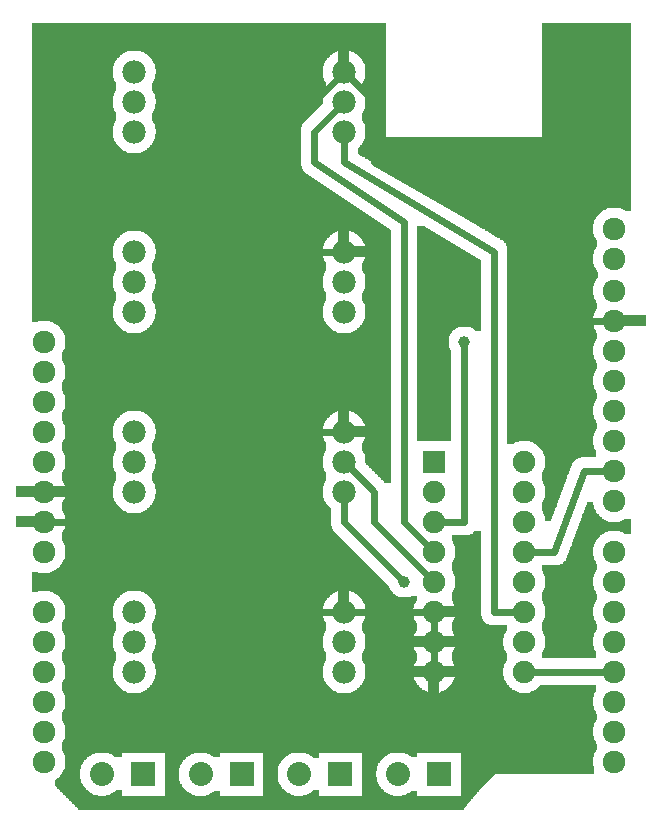
<source format=gbl>
G04 MADE WITH FRITZING*
G04 WWW.FRITZING.ORG*
G04 DOUBLE SIDED*
G04 HOLES PLATED*
G04 CONTOUR ON CENTER OF CONTOUR VECTOR*
%ASAXBY*%
%FSLAX23Y23*%
%MOIN*%
%OFA0B0*%
%SFA1.0B1.0*%
%ADD10C,0.075000*%
%ADD11C,0.075833*%
%ADD12C,0.078000*%
%ADD13C,0.080000*%
%ADD14C,0.039370*%
%ADD15R,0.075000X0.075000*%
%ADD16R,0.080000X0.080000*%
%ADD17C,0.024000*%
%ADD18R,0.001000X0.001000*%
%LNCOPPER0*%
G90*
G70*
G54D10*
X1405Y1893D03*
X1864Y842D03*
X1825Y2597D03*
G54D11*
X1994Y1987D03*
X1994Y1887D03*
X1994Y1780D03*
X1994Y1680D03*
X1994Y1580D03*
X1994Y1480D03*
X1994Y1380D03*
X1994Y1280D03*
X1994Y1180D03*
X1994Y1080D03*
X1994Y910D03*
X1994Y810D03*
X1994Y710D03*
X1994Y610D03*
X1994Y510D03*
X1994Y410D03*
X1994Y310D03*
X1994Y210D03*
X94Y1610D03*
X94Y1510D03*
X94Y1410D03*
X94Y1310D03*
X94Y1210D03*
X94Y1110D03*
X94Y1010D03*
X94Y910D03*
X94Y710D03*
X94Y610D03*
X94Y510D03*
X94Y410D03*
X94Y310D03*
X94Y210D03*
G54D10*
X1394Y1210D03*
X1694Y1210D03*
X1394Y1110D03*
X1694Y1110D03*
X1394Y1010D03*
X1694Y1010D03*
X1394Y910D03*
X1694Y910D03*
X1394Y810D03*
X1694Y810D03*
X1394Y710D03*
X1694Y710D03*
X1394Y610D03*
X1694Y610D03*
X1394Y510D03*
X1694Y510D03*
G54D12*
X394Y2310D03*
X394Y2410D03*
X394Y2510D03*
X1094Y2310D03*
X1094Y2410D03*
X1094Y2510D03*
X394Y1710D03*
X394Y1810D03*
X394Y1910D03*
X1094Y1710D03*
X1094Y1810D03*
X1094Y1910D03*
X394Y1110D03*
X394Y1210D03*
X394Y1310D03*
X1094Y1110D03*
X1094Y1210D03*
X1094Y1310D03*
X394Y510D03*
X394Y610D03*
X394Y710D03*
X1094Y510D03*
X1094Y610D03*
X1094Y710D03*
G54D13*
X1411Y169D03*
X1273Y169D03*
X1081Y169D03*
X943Y169D03*
X753Y169D03*
X615Y169D03*
X424Y169D03*
X286Y169D03*
G54D14*
X1494Y1610D03*
X1294Y810D03*
G54D15*
X1394Y1210D03*
G54D16*
X1411Y169D03*
X1081Y169D03*
X753Y169D03*
X424Y169D03*
G54D17*
X1394Y539D02*
X1394Y581D01*
D02*
X1394Y639D02*
X1394Y681D01*
D02*
X794Y710D02*
X1064Y710D01*
D02*
X794Y1310D02*
X794Y710D01*
D02*
X1064Y1310D02*
X794Y1310D01*
D02*
X794Y1310D02*
X794Y1910D01*
D02*
X794Y1910D02*
X1064Y1910D01*
D02*
X1064Y1310D02*
X794Y1310D01*
D02*
X1894Y1810D02*
X1194Y2210D01*
D02*
X1894Y1680D02*
X1894Y1810D01*
D02*
X1194Y2210D02*
X1194Y2410D01*
D02*
X1194Y2410D02*
X1115Y2489D01*
D02*
X1966Y1680D02*
X1894Y1680D01*
D02*
X994Y2310D02*
X1073Y2389D01*
D02*
X1294Y1010D02*
X1294Y2010D01*
D02*
X1294Y2010D02*
X994Y2210D01*
D02*
X994Y2210D02*
X994Y2310D01*
D02*
X1374Y930D02*
X1294Y1010D01*
D02*
X794Y1910D02*
X794Y2210D01*
D02*
X794Y2210D02*
X1073Y2489D01*
D02*
X1064Y1910D02*
X794Y1910D01*
D02*
X1094Y2210D02*
X1094Y2280D01*
D02*
X1594Y710D02*
X1594Y1910D01*
D02*
X1594Y1910D02*
X1094Y2210D01*
D02*
X1665Y710D02*
X1594Y710D01*
D02*
X1194Y1010D02*
X1194Y1110D01*
D02*
X1374Y830D02*
X1194Y1010D01*
D02*
X1194Y1110D02*
X1115Y1189D01*
D02*
X1966Y510D02*
X1723Y510D01*
D02*
X1365Y710D02*
X1124Y710D01*
D02*
X1794Y910D02*
X1723Y910D01*
D02*
X1894Y1180D02*
X1794Y910D01*
D02*
X1966Y1180D02*
X1894Y1180D01*
D02*
X1494Y1591D02*
X1494Y1010D01*
D02*
X1494Y1010D02*
X1423Y1010D01*
D02*
X594Y710D02*
X294Y1010D01*
D02*
X294Y1010D02*
X122Y1010D01*
D02*
X794Y710D02*
X594Y710D01*
D02*
X1281Y824D02*
X1094Y1010D01*
D02*
X1094Y1010D02*
X1094Y1080D01*
G36*
X1338Y1997D02*
X1338Y1661D01*
X1512Y1661D01*
X1512Y1659D01*
X1516Y1659D01*
X1516Y1657D01*
X1520Y1657D01*
X1520Y1655D01*
X1522Y1655D01*
X1522Y1653D01*
X1526Y1653D01*
X1526Y1651D01*
X1528Y1651D01*
X1528Y1649D01*
X1530Y1649D01*
X1530Y1647D01*
X1550Y1647D01*
X1550Y1883D01*
X1546Y1883D01*
X1546Y1885D01*
X1544Y1885D01*
X1544Y1887D01*
X1540Y1887D01*
X1540Y1889D01*
X1536Y1889D01*
X1536Y1891D01*
X1534Y1891D01*
X1534Y1893D01*
X1530Y1893D01*
X1530Y1895D01*
X1526Y1895D01*
X1526Y1897D01*
X1524Y1897D01*
X1524Y1899D01*
X1520Y1899D01*
X1520Y1901D01*
X1516Y1901D01*
X1516Y1903D01*
X1514Y1903D01*
X1514Y1905D01*
X1510Y1905D01*
X1510Y1907D01*
X1506Y1907D01*
X1506Y1909D01*
X1504Y1909D01*
X1504Y1911D01*
X1500Y1911D01*
X1500Y1913D01*
X1496Y1913D01*
X1496Y1915D01*
X1494Y1915D01*
X1494Y1917D01*
X1490Y1917D01*
X1490Y1919D01*
X1486Y1919D01*
X1486Y1921D01*
X1484Y1921D01*
X1484Y1923D01*
X1480Y1923D01*
X1480Y1925D01*
X1476Y1925D01*
X1476Y1927D01*
X1474Y1927D01*
X1474Y1929D01*
X1470Y1929D01*
X1470Y1931D01*
X1466Y1931D01*
X1466Y1933D01*
X1464Y1933D01*
X1464Y1935D01*
X1460Y1935D01*
X1460Y1937D01*
X1456Y1937D01*
X1456Y1939D01*
X1454Y1939D01*
X1454Y1941D01*
X1450Y1941D01*
X1450Y1943D01*
X1446Y1943D01*
X1446Y1945D01*
X1444Y1945D01*
X1444Y1947D01*
X1440Y1947D01*
X1440Y1949D01*
X1436Y1949D01*
X1436Y1951D01*
X1434Y1951D01*
X1434Y1953D01*
X1430Y1953D01*
X1430Y1955D01*
X1426Y1955D01*
X1426Y1957D01*
X1424Y1957D01*
X1424Y1959D01*
X1420Y1959D01*
X1420Y1961D01*
X1416Y1961D01*
X1416Y1963D01*
X1414Y1963D01*
X1414Y1965D01*
X1410Y1965D01*
X1410Y1967D01*
X1406Y1967D01*
X1406Y1969D01*
X1404Y1969D01*
X1404Y1971D01*
X1400Y1971D01*
X1400Y1973D01*
X1396Y1973D01*
X1396Y1975D01*
X1394Y1975D01*
X1394Y1977D01*
X1390Y1977D01*
X1390Y1979D01*
X1386Y1979D01*
X1386Y1981D01*
X1384Y1981D01*
X1384Y1983D01*
X1380Y1983D01*
X1380Y1985D01*
X1376Y1985D01*
X1376Y1987D01*
X1374Y1987D01*
X1374Y1989D01*
X1370Y1989D01*
X1370Y1991D01*
X1366Y1991D01*
X1366Y1993D01*
X1364Y1993D01*
X1364Y1995D01*
X1360Y1995D01*
X1360Y1997D01*
X1338Y1997D01*
G37*
D02*
G36*
X1338Y1661D02*
X1338Y1279D01*
X1450Y1279D01*
X1450Y1583D01*
X1448Y1583D01*
X1448Y1587D01*
X1446Y1587D01*
X1446Y1591D01*
X1444Y1591D01*
X1444Y1597D01*
X1442Y1597D01*
X1442Y1623D01*
X1444Y1623D01*
X1444Y1629D01*
X1446Y1629D01*
X1446Y1633D01*
X1448Y1633D01*
X1448Y1637D01*
X1450Y1637D01*
X1450Y1641D01*
X1452Y1641D01*
X1452Y1643D01*
X1454Y1643D01*
X1454Y1645D01*
X1456Y1645D01*
X1456Y1647D01*
X1458Y1647D01*
X1458Y1649D01*
X1460Y1649D01*
X1460Y1651D01*
X1462Y1651D01*
X1462Y1653D01*
X1466Y1653D01*
X1466Y1655D01*
X1468Y1655D01*
X1468Y1657D01*
X1472Y1657D01*
X1472Y1659D01*
X1476Y1659D01*
X1476Y1661D01*
X1338Y1661D01*
G37*
D02*
G36*
X1904Y1077D02*
X1904Y1071D01*
X1902Y1071D01*
X1902Y1067D01*
X1900Y1067D01*
X1900Y1061D01*
X1898Y1061D01*
X1898Y1055D01*
X1896Y1055D01*
X1896Y1051D01*
X1894Y1051D01*
X1894Y1045D01*
X1892Y1045D01*
X1892Y1039D01*
X1890Y1039D01*
X1890Y1035D01*
X1888Y1035D01*
X1888Y1029D01*
X1886Y1029D01*
X1886Y1023D01*
X1884Y1023D01*
X1884Y1017D01*
X1882Y1017D01*
X1882Y1013D01*
X1880Y1013D01*
X1880Y1011D01*
X1974Y1011D01*
X1974Y1013D01*
X1968Y1013D01*
X1968Y1015D01*
X1964Y1015D01*
X1964Y1017D01*
X1960Y1017D01*
X1960Y1019D01*
X1958Y1019D01*
X1958Y1021D01*
X1954Y1021D01*
X1954Y1023D01*
X1952Y1023D01*
X1952Y1025D01*
X1950Y1025D01*
X1950Y1027D01*
X1946Y1027D01*
X1946Y1029D01*
X1944Y1029D01*
X1944Y1031D01*
X1942Y1031D01*
X1942Y1035D01*
X1940Y1035D01*
X1940Y1037D01*
X1938Y1037D01*
X1938Y1039D01*
X1936Y1039D01*
X1936Y1041D01*
X1934Y1041D01*
X1934Y1045D01*
X1932Y1045D01*
X1932Y1049D01*
X1930Y1049D01*
X1930Y1053D01*
X1928Y1053D01*
X1928Y1057D01*
X1926Y1057D01*
X1926Y1065D01*
X1924Y1065D01*
X1924Y1077D01*
X1904Y1077D01*
G37*
D02*
G36*
X2030Y1021D02*
X2030Y1019D01*
X2028Y1019D01*
X2028Y1017D01*
X2024Y1017D01*
X2024Y1015D01*
X2020Y1015D01*
X2020Y1013D01*
X2014Y1013D01*
X2014Y1011D01*
X2050Y1011D01*
X2050Y1021D01*
X2030Y1021D01*
G37*
D02*
G36*
X1880Y1011D02*
X1880Y1009D01*
X2050Y1009D01*
X2050Y1011D01*
X1880Y1011D01*
G37*
D02*
G36*
X1880Y1011D02*
X1880Y1009D01*
X2050Y1009D01*
X2050Y1011D01*
X1880Y1011D01*
G37*
D02*
G36*
X1880Y1009D02*
X1880Y1007D01*
X1878Y1007D01*
X1878Y1001D01*
X1876Y1001D01*
X1876Y997D01*
X1874Y997D01*
X1874Y991D01*
X1872Y991D01*
X1872Y985D01*
X1870Y985D01*
X1870Y981D01*
X1868Y981D01*
X1868Y979D01*
X2014Y979D01*
X2014Y977D01*
X2020Y977D01*
X2020Y975D01*
X2024Y975D01*
X2024Y973D01*
X2028Y973D01*
X2028Y971D01*
X2050Y971D01*
X2050Y1009D01*
X1880Y1009D01*
G37*
D02*
G36*
X1868Y979D02*
X1868Y975D01*
X1866Y975D01*
X1866Y969D01*
X1864Y969D01*
X1864Y963D01*
X1862Y963D01*
X1862Y959D01*
X1860Y959D01*
X1860Y953D01*
X1858Y953D01*
X1858Y947D01*
X1856Y947D01*
X1856Y943D01*
X1854Y943D01*
X1854Y937D01*
X1852Y937D01*
X1852Y931D01*
X1850Y931D01*
X1850Y927D01*
X1848Y927D01*
X1848Y921D01*
X1846Y921D01*
X1846Y915D01*
X1844Y915D01*
X1844Y909D01*
X1842Y909D01*
X1842Y905D01*
X1840Y905D01*
X1840Y899D01*
X1838Y899D01*
X1838Y893D01*
X1836Y893D01*
X1836Y889D01*
X1834Y889D01*
X1834Y885D01*
X1832Y885D01*
X1832Y881D01*
X1830Y881D01*
X1830Y879D01*
X1828Y879D01*
X1828Y877D01*
X1826Y877D01*
X1826Y875D01*
X1824Y875D01*
X1824Y873D01*
X1822Y873D01*
X1822Y871D01*
X1818Y871D01*
X1818Y869D01*
X1812Y869D01*
X1812Y867D01*
X1752Y867D01*
X1752Y847D01*
X1754Y847D01*
X1754Y845D01*
X1756Y845D01*
X1756Y841D01*
X1758Y841D01*
X1758Y837D01*
X1760Y837D01*
X1760Y831D01*
X1762Y831D01*
X1762Y823D01*
X1764Y823D01*
X1764Y797D01*
X1762Y797D01*
X1762Y789D01*
X1760Y789D01*
X1760Y783D01*
X1758Y783D01*
X1758Y779D01*
X1756Y779D01*
X1756Y775D01*
X1754Y775D01*
X1754Y773D01*
X1752Y773D01*
X1752Y747D01*
X1754Y747D01*
X1754Y745D01*
X1756Y745D01*
X1756Y741D01*
X1758Y741D01*
X1758Y737D01*
X1760Y737D01*
X1760Y731D01*
X1762Y731D01*
X1762Y723D01*
X1764Y723D01*
X1764Y697D01*
X1762Y697D01*
X1762Y689D01*
X1760Y689D01*
X1760Y683D01*
X1758Y683D01*
X1758Y679D01*
X1756Y679D01*
X1756Y675D01*
X1754Y675D01*
X1754Y673D01*
X1752Y673D01*
X1752Y647D01*
X1754Y647D01*
X1754Y645D01*
X1756Y645D01*
X1756Y641D01*
X1758Y641D01*
X1758Y637D01*
X1760Y637D01*
X1760Y631D01*
X1762Y631D01*
X1762Y623D01*
X1764Y623D01*
X1764Y597D01*
X1762Y597D01*
X1762Y589D01*
X1760Y589D01*
X1760Y583D01*
X1758Y583D01*
X1758Y579D01*
X1756Y579D01*
X1756Y575D01*
X1754Y575D01*
X1754Y555D01*
X1934Y555D01*
X1934Y575D01*
X1932Y575D01*
X1932Y579D01*
X1930Y579D01*
X1930Y583D01*
X1928Y583D01*
X1928Y587D01*
X1926Y587D01*
X1926Y595D01*
X1924Y595D01*
X1924Y625D01*
X1926Y625D01*
X1926Y633D01*
X1928Y633D01*
X1928Y639D01*
X1930Y639D01*
X1930Y643D01*
X1932Y643D01*
X1932Y645D01*
X1934Y645D01*
X1934Y649D01*
X1936Y649D01*
X1936Y671D01*
X1934Y671D01*
X1934Y675D01*
X1932Y675D01*
X1932Y679D01*
X1930Y679D01*
X1930Y683D01*
X1928Y683D01*
X1928Y687D01*
X1926Y687D01*
X1926Y695D01*
X1924Y695D01*
X1924Y725D01*
X1926Y725D01*
X1926Y733D01*
X1928Y733D01*
X1928Y737D01*
X1930Y737D01*
X1930Y743D01*
X1932Y743D01*
X1932Y745D01*
X1934Y745D01*
X1934Y749D01*
X1936Y749D01*
X1936Y771D01*
X1934Y771D01*
X1934Y775D01*
X1932Y775D01*
X1932Y779D01*
X1930Y779D01*
X1930Y783D01*
X1928Y783D01*
X1928Y787D01*
X1926Y787D01*
X1926Y795D01*
X1924Y795D01*
X1924Y825D01*
X1926Y825D01*
X1926Y833D01*
X1928Y833D01*
X1928Y837D01*
X1930Y837D01*
X1930Y843D01*
X1932Y843D01*
X1932Y845D01*
X1934Y845D01*
X1934Y849D01*
X1936Y849D01*
X1936Y871D01*
X1934Y871D01*
X1934Y875D01*
X1932Y875D01*
X1932Y879D01*
X1930Y879D01*
X1930Y883D01*
X1928Y883D01*
X1928Y887D01*
X1926Y887D01*
X1926Y895D01*
X1924Y895D01*
X1924Y925D01*
X1926Y925D01*
X1926Y933D01*
X1928Y933D01*
X1928Y937D01*
X1930Y937D01*
X1930Y943D01*
X1932Y943D01*
X1932Y945D01*
X1934Y945D01*
X1934Y949D01*
X1936Y949D01*
X1936Y951D01*
X1938Y951D01*
X1938Y953D01*
X1940Y953D01*
X1940Y957D01*
X1942Y957D01*
X1942Y959D01*
X1944Y959D01*
X1944Y961D01*
X1946Y961D01*
X1946Y963D01*
X1948Y963D01*
X1948Y965D01*
X1952Y965D01*
X1952Y967D01*
X1954Y967D01*
X1954Y969D01*
X1956Y969D01*
X1956Y971D01*
X1960Y971D01*
X1960Y973D01*
X1964Y973D01*
X1964Y975D01*
X1968Y975D01*
X1968Y977D01*
X1974Y977D01*
X1974Y979D01*
X1868Y979D01*
G37*
D02*
G36*
X52Y2673D02*
X52Y2581D01*
X1110Y2581D01*
X1110Y2579D01*
X1118Y2579D01*
X1118Y2577D01*
X1122Y2577D01*
X1122Y2575D01*
X1126Y2575D01*
X1126Y2573D01*
X1130Y2573D01*
X1130Y2571D01*
X1134Y2571D01*
X1134Y2569D01*
X1136Y2569D01*
X1136Y2567D01*
X1138Y2567D01*
X1138Y2565D01*
X1140Y2565D01*
X1140Y2563D01*
X1142Y2563D01*
X1142Y2561D01*
X1144Y2561D01*
X1144Y2559D01*
X1146Y2559D01*
X1146Y2557D01*
X1148Y2557D01*
X1148Y2555D01*
X1150Y2555D01*
X1150Y2553D01*
X1152Y2553D01*
X1152Y2551D01*
X1154Y2551D01*
X1154Y2547D01*
X1156Y2547D01*
X1156Y2545D01*
X1158Y2545D01*
X1158Y2541D01*
X1160Y2541D01*
X1160Y2537D01*
X1162Y2537D01*
X1162Y2531D01*
X1164Y2531D01*
X1164Y2489D01*
X1162Y2489D01*
X1162Y2485D01*
X1160Y2485D01*
X1160Y2479D01*
X1158Y2479D01*
X1158Y2475D01*
X1156Y2475D01*
X1156Y2473D01*
X1154Y2473D01*
X1154Y2447D01*
X1156Y2447D01*
X1156Y2445D01*
X1158Y2445D01*
X1158Y2441D01*
X1160Y2441D01*
X1160Y2437D01*
X1162Y2437D01*
X1162Y2431D01*
X1164Y2431D01*
X1164Y2389D01*
X1162Y2389D01*
X1162Y2385D01*
X1160Y2385D01*
X1160Y2379D01*
X1158Y2379D01*
X1158Y2375D01*
X1156Y2375D01*
X1156Y2373D01*
X1154Y2373D01*
X1154Y2347D01*
X1156Y2347D01*
X1156Y2345D01*
X1158Y2345D01*
X1158Y2341D01*
X1160Y2341D01*
X1160Y2337D01*
X1162Y2337D01*
X1162Y2331D01*
X1164Y2331D01*
X1164Y2293D01*
X1232Y2293D01*
X1232Y2673D01*
X52Y2673D01*
G37*
D02*
G36*
X1752Y2673D02*
X1752Y2293D01*
X2050Y2293D01*
X2050Y2673D01*
X1752Y2673D01*
G37*
D02*
G36*
X52Y2581D02*
X52Y2239D01*
X378Y2239D01*
X378Y2241D01*
X370Y2241D01*
X370Y2243D01*
X366Y2243D01*
X366Y2245D01*
X362Y2245D01*
X362Y2247D01*
X358Y2247D01*
X358Y2249D01*
X356Y2249D01*
X356Y2251D01*
X352Y2251D01*
X352Y2253D01*
X350Y2253D01*
X350Y2255D01*
X348Y2255D01*
X348Y2257D01*
X346Y2257D01*
X346Y2259D01*
X344Y2259D01*
X344Y2261D01*
X342Y2261D01*
X342Y2263D01*
X340Y2263D01*
X340Y2265D01*
X338Y2265D01*
X338Y2267D01*
X336Y2267D01*
X336Y2269D01*
X334Y2269D01*
X334Y2273D01*
X332Y2273D01*
X332Y2275D01*
X330Y2275D01*
X330Y2279D01*
X328Y2279D01*
X328Y2285D01*
X326Y2285D01*
X326Y2289D01*
X324Y2289D01*
X324Y2331D01*
X326Y2331D01*
X326Y2337D01*
X328Y2337D01*
X328Y2341D01*
X330Y2341D01*
X330Y2345D01*
X332Y2345D01*
X332Y2347D01*
X334Y2347D01*
X334Y2373D01*
X332Y2373D01*
X332Y2375D01*
X330Y2375D01*
X330Y2379D01*
X328Y2379D01*
X328Y2385D01*
X326Y2385D01*
X326Y2389D01*
X324Y2389D01*
X324Y2431D01*
X326Y2431D01*
X326Y2437D01*
X328Y2437D01*
X328Y2441D01*
X330Y2441D01*
X330Y2445D01*
X332Y2445D01*
X332Y2447D01*
X334Y2447D01*
X334Y2473D01*
X332Y2473D01*
X332Y2475D01*
X330Y2475D01*
X330Y2479D01*
X328Y2479D01*
X328Y2485D01*
X326Y2485D01*
X326Y2489D01*
X324Y2489D01*
X324Y2531D01*
X326Y2531D01*
X326Y2537D01*
X328Y2537D01*
X328Y2541D01*
X330Y2541D01*
X330Y2545D01*
X332Y2545D01*
X332Y2547D01*
X334Y2547D01*
X334Y2551D01*
X336Y2551D01*
X336Y2553D01*
X338Y2553D01*
X338Y2555D01*
X340Y2555D01*
X340Y2557D01*
X342Y2557D01*
X342Y2559D01*
X344Y2559D01*
X344Y2561D01*
X346Y2561D01*
X346Y2563D01*
X348Y2563D01*
X348Y2565D01*
X350Y2565D01*
X350Y2567D01*
X352Y2567D01*
X352Y2569D01*
X354Y2569D01*
X354Y2571D01*
X358Y2571D01*
X358Y2573D01*
X362Y2573D01*
X362Y2575D01*
X366Y2575D01*
X366Y2577D01*
X370Y2577D01*
X370Y2579D01*
X378Y2579D01*
X378Y2581D01*
X52Y2581D01*
G37*
D02*
G36*
X410Y2581D02*
X410Y2579D01*
X418Y2579D01*
X418Y2577D01*
X422Y2577D01*
X422Y2575D01*
X426Y2575D01*
X426Y2573D01*
X430Y2573D01*
X430Y2571D01*
X434Y2571D01*
X434Y2569D01*
X436Y2569D01*
X436Y2567D01*
X438Y2567D01*
X438Y2565D01*
X440Y2565D01*
X440Y2563D01*
X442Y2563D01*
X442Y2561D01*
X444Y2561D01*
X444Y2559D01*
X446Y2559D01*
X446Y2557D01*
X448Y2557D01*
X448Y2555D01*
X450Y2555D01*
X450Y2553D01*
X452Y2553D01*
X452Y2551D01*
X454Y2551D01*
X454Y2547D01*
X456Y2547D01*
X456Y2545D01*
X458Y2545D01*
X458Y2541D01*
X460Y2541D01*
X460Y2537D01*
X462Y2537D01*
X462Y2531D01*
X464Y2531D01*
X464Y2519D01*
X466Y2519D01*
X466Y2503D01*
X464Y2503D01*
X464Y2489D01*
X462Y2489D01*
X462Y2485D01*
X460Y2485D01*
X460Y2479D01*
X458Y2479D01*
X458Y2475D01*
X456Y2475D01*
X456Y2473D01*
X454Y2473D01*
X454Y2447D01*
X456Y2447D01*
X456Y2445D01*
X458Y2445D01*
X458Y2441D01*
X460Y2441D01*
X460Y2437D01*
X462Y2437D01*
X462Y2431D01*
X464Y2431D01*
X464Y2419D01*
X466Y2419D01*
X466Y2403D01*
X464Y2403D01*
X464Y2389D01*
X462Y2389D01*
X462Y2385D01*
X460Y2385D01*
X460Y2379D01*
X458Y2379D01*
X458Y2375D01*
X456Y2375D01*
X456Y2373D01*
X454Y2373D01*
X454Y2347D01*
X456Y2347D01*
X456Y2345D01*
X458Y2345D01*
X458Y2341D01*
X460Y2341D01*
X460Y2337D01*
X462Y2337D01*
X462Y2331D01*
X464Y2331D01*
X464Y2319D01*
X466Y2319D01*
X466Y2303D01*
X464Y2303D01*
X464Y2289D01*
X462Y2289D01*
X462Y2285D01*
X460Y2285D01*
X460Y2279D01*
X458Y2279D01*
X458Y2275D01*
X456Y2275D01*
X456Y2273D01*
X454Y2273D01*
X454Y2269D01*
X452Y2269D01*
X452Y2267D01*
X450Y2267D01*
X450Y2265D01*
X448Y2265D01*
X448Y2263D01*
X446Y2263D01*
X446Y2261D01*
X444Y2261D01*
X444Y2259D01*
X442Y2259D01*
X442Y2257D01*
X440Y2257D01*
X440Y2255D01*
X438Y2255D01*
X438Y2253D01*
X436Y2253D01*
X436Y2251D01*
X432Y2251D01*
X432Y2249D01*
X430Y2249D01*
X430Y2247D01*
X426Y2247D01*
X426Y2245D01*
X422Y2245D01*
X422Y2243D01*
X418Y2243D01*
X418Y2241D01*
X410Y2241D01*
X410Y2239D01*
X950Y2239D01*
X950Y2325D01*
X952Y2325D01*
X952Y2331D01*
X954Y2331D01*
X954Y2335D01*
X956Y2335D01*
X956Y2339D01*
X958Y2339D01*
X958Y2341D01*
X960Y2341D01*
X960Y2343D01*
X962Y2343D01*
X962Y2345D01*
X964Y2345D01*
X964Y2347D01*
X966Y2347D01*
X966Y2349D01*
X968Y2349D01*
X968Y2351D01*
X970Y2351D01*
X970Y2353D01*
X972Y2353D01*
X972Y2355D01*
X974Y2355D01*
X974Y2357D01*
X976Y2357D01*
X976Y2359D01*
X978Y2359D01*
X978Y2361D01*
X980Y2361D01*
X980Y2363D01*
X982Y2363D01*
X982Y2365D01*
X984Y2365D01*
X984Y2367D01*
X986Y2367D01*
X986Y2369D01*
X988Y2369D01*
X988Y2371D01*
X990Y2371D01*
X990Y2373D01*
X992Y2373D01*
X992Y2375D01*
X994Y2375D01*
X994Y2377D01*
X996Y2377D01*
X996Y2379D01*
X998Y2379D01*
X998Y2381D01*
X1000Y2381D01*
X1000Y2383D01*
X1002Y2383D01*
X1002Y2385D01*
X1004Y2385D01*
X1004Y2387D01*
X1006Y2387D01*
X1006Y2389D01*
X1008Y2389D01*
X1008Y2391D01*
X1010Y2391D01*
X1010Y2393D01*
X1012Y2393D01*
X1012Y2395D01*
X1014Y2395D01*
X1014Y2397D01*
X1016Y2397D01*
X1016Y2399D01*
X1018Y2399D01*
X1018Y2401D01*
X1020Y2401D01*
X1020Y2403D01*
X1022Y2403D01*
X1022Y2405D01*
X1024Y2405D01*
X1024Y2431D01*
X1026Y2431D01*
X1026Y2437D01*
X1028Y2437D01*
X1028Y2441D01*
X1030Y2441D01*
X1030Y2445D01*
X1032Y2445D01*
X1032Y2447D01*
X1034Y2447D01*
X1034Y2473D01*
X1032Y2473D01*
X1032Y2475D01*
X1030Y2475D01*
X1030Y2479D01*
X1028Y2479D01*
X1028Y2485D01*
X1026Y2485D01*
X1026Y2489D01*
X1024Y2489D01*
X1024Y2531D01*
X1026Y2531D01*
X1026Y2537D01*
X1028Y2537D01*
X1028Y2541D01*
X1030Y2541D01*
X1030Y2545D01*
X1032Y2545D01*
X1032Y2547D01*
X1034Y2547D01*
X1034Y2551D01*
X1036Y2551D01*
X1036Y2553D01*
X1038Y2553D01*
X1038Y2555D01*
X1040Y2555D01*
X1040Y2557D01*
X1042Y2557D01*
X1042Y2559D01*
X1044Y2559D01*
X1044Y2561D01*
X1046Y2561D01*
X1046Y2563D01*
X1048Y2563D01*
X1048Y2565D01*
X1050Y2565D01*
X1050Y2567D01*
X1052Y2567D01*
X1052Y2569D01*
X1054Y2569D01*
X1054Y2571D01*
X1058Y2571D01*
X1058Y2573D01*
X1062Y2573D01*
X1062Y2575D01*
X1066Y2575D01*
X1066Y2577D01*
X1070Y2577D01*
X1070Y2579D01*
X1078Y2579D01*
X1078Y2581D01*
X410Y2581D01*
G37*
D02*
G36*
X1164Y2293D02*
X1164Y2291D01*
X2050Y2291D01*
X2050Y2293D01*
X1164Y2293D01*
G37*
D02*
G36*
X1164Y2293D02*
X1164Y2291D01*
X2050Y2291D01*
X2050Y2293D01*
X1164Y2293D01*
G37*
D02*
G36*
X1164Y2291D02*
X1164Y2289D01*
X1162Y2289D01*
X1162Y2285D01*
X1160Y2285D01*
X1160Y2279D01*
X1158Y2279D01*
X1158Y2275D01*
X1156Y2275D01*
X1156Y2273D01*
X1154Y2273D01*
X1154Y2269D01*
X1152Y2269D01*
X1152Y2267D01*
X1150Y2267D01*
X1150Y2265D01*
X1148Y2265D01*
X1148Y2263D01*
X1146Y2263D01*
X1146Y2261D01*
X1144Y2261D01*
X1144Y2259D01*
X1142Y2259D01*
X1142Y2257D01*
X1140Y2257D01*
X1140Y2237D01*
X1142Y2237D01*
X1142Y2235D01*
X1144Y2235D01*
X1144Y2233D01*
X1148Y2233D01*
X1148Y2231D01*
X1152Y2231D01*
X1152Y2229D01*
X1154Y2229D01*
X1154Y2227D01*
X1158Y2227D01*
X1158Y2225D01*
X1162Y2225D01*
X1162Y2223D01*
X1164Y2223D01*
X1164Y2221D01*
X1168Y2221D01*
X1168Y2219D01*
X1172Y2219D01*
X1172Y2217D01*
X1174Y2217D01*
X1174Y2215D01*
X1178Y2215D01*
X1178Y2213D01*
X1182Y2213D01*
X1182Y2211D01*
X1184Y2211D01*
X1184Y2209D01*
X1188Y2209D01*
X1188Y2207D01*
X1192Y2207D01*
X1192Y2205D01*
X1194Y2205D01*
X1194Y2203D01*
X1198Y2203D01*
X1198Y2201D01*
X1202Y2201D01*
X1202Y2199D01*
X1204Y2199D01*
X1204Y2197D01*
X1208Y2197D01*
X1208Y2195D01*
X1212Y2195D01*
X1212Y2193D01*
X1214Y2193D01*
X1214Y2191D01*
X1218Y2191D01*
X1218Y2189D01*
X1222Y2189D01*
X1222Y2187D01*
X1224Y2187D01*
X1224Y2185D01*
X1228Y2185D01*
X1228Y2183D01*
X1232Y2183D01*
X1232Y2181D01*
X1234Y2181D01*
X1234Y2179D01*
X1238Y2179D01*
X1238Y2177D01*
X1242Y2177D01*
X1242Y2175D01*
X1244Y2175D01*
X1244Y2173D01*
X1248Y2173D01*
X1248Y2171D01*
X1252Y2171D01*
X1252Y2169D01*
X1254Y2169D01*
X1254Y2167D01*
X1258Y2167D01*
X1258Y2165D01*
X1262Y2165D01*
X1262Y2163D01*
X1264Y2163D01*
X1264Y2161D01*
X1268Y2161D01*
X1268Y2159D01*
X1272Y2159D01*
X1272Y2157D01*
X1274Y2157D01*
X1274Y2155D01*
X1278Y2155D01*
X1278Y2153D01*
X1282Y2153D01*
X1282Y2151D01*
X1284Y2151D01*
X1284Y2149D01*
X1288Y2149D01*
X1288Y2147D01*
X1292Y2147D01*
X1292Y2145D01*
X1294Y2145D01*
X1294Y2143D01*
X1298Y2143D01*
X1298Y2141D01*
X1302Y2141D01*
X1302Y2139D01*
X1304Y2139D01*
X1304Y2137D01*
X1308Y2137D01*
X1308Y2135D01*
X1312Y2135D01*
X1312Y2133D01*
X1314Y2133D01*
X1314Y2131D01*
X1318Y2131D01*
X1318Y2129D01*
X1322Y2129D01*
X1322Y2127D01*
X1324Y2127D01*
X1324Y2125D01*
X1328Y2125D01*
X1328Y2123D01*
X1332Y2123D01*
X1332Y2121D01*
X1334Y2121D01*
X1334Y2119D01*
X1338Y2119D01*
X1338Y2117D01*
X1342Y2117D01*
X1342Y2115D01*
X1344Y2115D01*
X1344Y2113D01*
X1348Y2113D01*
X1348Y2111D01*
X1352Y2111D01*
X1352Y2109D01*
X1354Y2109D01*
X1354Y2107D01*
X1358Y2107D01*
X1358Y2105D01*
X1362Y2105D01*
X1362Y2103D01*
X1364Y2103D01*
X1364Y2101D01*
X1368Y2101D01*
X1368Y2099D01*
X1372Y2099D01*
X1372Y2097D01*
X1374Y2097D01*
X1374Y2095D01*
X1378Y2095D01*
X1378Y2093D01*
X1382Y2093D01*
X1382Y2091D01*
X1384Y2091D01*
X1384Y2089D01*
X1388Y2089D01*
X1388Y2087D01*
X1392Y2087D01*
X1392Y2085D01*
X1394Y2085D01*
X1394Y2083D01*
X1398Y2083D01*
X1398Y2081D01*
X1402Y2081D01*
X1402Y2079D01*
X1404Y2079D01*
X1404Y2077D01*
X1408Y2077D01*
X1408Y2075D01*
X1412Y2075D01*
X1412Y2073D01*
X1414Y2073D01*
X1414Y2071D01*
X1418Y2071D01*
X1418Y2069D01*
X1422Y2069D01*
X1422Y2067D01*
X1424Y2067D01*
X1424Y2065D01*
X1428Y2065D01*
X1428Y2063D01*
X1432Y2063D01*
X1432Y2061D01*
X1434Y2061D01*
X1434Y2059D01*
X1438Y2059D01*
X1438Y2057D01*
X2010Y2057D01*
X2010Y2055D01*
X2018Y2055D01*
X2018Y2053D01*
X2022Y2053D01*
X2022Y2051D01*
X2026Y2051D01*
X2026Y2049D01*
X2030Y2049D01*
X2030Y2047D01*
X2050Y2047D01*
X2050Y2291D01*
X1164Y2291D01*
G37*
D02*
G36*
X52Y2239D02*
X52Y2237D01*
X950Y2237D01*
X950Y2239D01*
X52Y2239D01*
G37*
D02*
G36*
X52Y2239D02*
X52Y2237D01*
X950Y2237D01*
X950Y2239D01*
X52Y2239D01*
G37*
D02*
G36*
X52Y2237D02*
X52Y1981D01*
X1110Y1981D01*
X1110Y1979D01*
X1118Y1979D01*
X1118Y1977D01*
X1122Y1977D01*
X1122Y1975D01*
X1126Y1975D01*
X1126Y1973D01*
X1130Y1973D01*
X1130Y1971D01*
X1134Y1971D01*
X1134Y1969D01*
X1136Y1969D01*
X1136Y1967D01*
X1138Y1967D01*
X1138Y1965D01*
X1140Y1965D01*
X1140Y1963D01*
X1142Y1963D01*
X1142Y1961D01*
X1144Y1961D01*
X1144Y1959D01*
X1146Y1959D01*
X1146Y1957D01*
X1148Y1957D01*
X1148Y1955D01*
X1150Y1955D01*
X1150Y1953D01*
X1152Y1953D01*
X1152Y1951D01*
X1154Y1951D01*
X1154Y1947D01*
X1156Y1947D01*
X1156Y1945D01*
X1158Y1945D01*
X1158Y1941D01*
X1160Y1941D01*
X1160Y1937D01*
X1162Y1937D01*
X1162Y1931D01*
X1164Y1931D01*
X1164Y1889D01*
X1162Y1889D01*
X1162Y1885D01*
X1160Y1885D01*
X1160Y1879D01*
X1158Y1879D01*
X1158Y1875D01*
X1156Y1875D01*
X1156Y1873D01*
X1154Y1873D01*
X1154Y1847D01*
X1156Y1847D01*
X1156Y1845D01*
X1158Y1845D01*
X1158Y1841D01*
X1160Y1841D01*
X1160Y1837D01*
X1162Y1837D01*
X1162Y1831D01*
X1164Y1831D01*
X1164Y1789D01*
X1162Y1789D01*
X1162Y1785D01*
X1160Y1785D01*
X1160Y1779D01*
X1158Y1779D01*
X1158Y1775D01*
X1156Y1775D01*
X1156Y1773D01*
X1154Y1773D01*
X1154Y1747D01*
X1156Y1747D01*
X1156Y1745D01*
X1158Y1745D01*
X1158Y1741D01*
X1160Y1741D01*
X1160Y1737D01*
X1162Y1737D01*
X1162Y1731D01*
X1164Y1731D01*
X1164Y1689D01*
X1162Y1689D01*
X1162Y1685D01*
X1160Y1685D01*
X1160Y1679D01*
X1158Y1679D01*
X1158Y1675D01*
X1156Y1675D01*
X1156Y1673D01*
X1154Y1673D01*
X1154Y1669D01*
X1152Y1669D01*
X1152Y1667D01*
X1150Y1667D01*
X1150Y1665D01*
X1148Y1665D01*
X1148Y1663D01*
X1146Y1663D01*
X1146Y1661D01*
X1144Y1661D01*
X1144Y1659D01*
X1142Y1659D01*
X1142Y1657D01*
X1140Y1657D01*
X1140Y1655D01*
X1138Y1655D01*
X1138Y1653D01*
X1136Y1653D01*
X1136Y1651D01*
X1132Y1651D01*
X1132Y1649D01*
X1130Y1649D01*
X1130Y1647D01*
X1126Y1647D01*
X1126Y1645D01*
X1122Y1645D01*
X1122Y1643D01*
X1118Y1643D01*
X1118Y1641D01*
X1110Y1641D01*
X1110Y1639D01*
X1250Y1639D01*
X1250Y1983D01*
X1248Y1983D01*
X1248Y1985D01*
X1246Y1985D01*
X1246Y1987D01*
X1242Y1987D01*
X1242Y1989D01*
X1240Y1989D01*
X1240Y1991D01*
X1236Y1991D01*
X1236Y1993D01*
X1234Y1993D01*
X1234Y1995D01*
X1230Y1995D01*
X1230Y1997D01*
X1228Y1997D01*
X1228Y1999D01*
X1224Y1999D01*
X1224Y2001D01*
X1222Y2001D01*
X1222Y2003D01*
X1218Y2003D01*
X1218Y2005D01*
X1216Y2005D01*
X1216Y2007D01*
X1212Y2007D01*
X1212Y2009D01*
X1210Y2009D01*
X1210Y2011D01*
X1206Y2011D01*
X1206Y2013D01*
X1204Y2013D01*
X1204Y2015D01*
X1200Y2015D01*
X1200Y2017D01*
X1198Y2017D01*
X1198Y2019D01*
X1194Y2019D01*
X1194Y2021D01*
X1192Y2021D01*
X1192Y2023D01*
X1188Y2023D01*
X1188Y2025D01*
X1186Y2025D01*
X1186Y2027D01*
X1182Y2027D01*
X1182Y2029D01*
X1180Y2029D01*
X1180Y2031D01*
X1176Y2031D01*
X1176Y2033D01*
X1174Y2033D01*
X1174Y2035D01*
X1170Y2035D01*
X1170Y2037D01*
X1168Y2037D01*
X1168Y2039D01*
X1164Y2039D01*
X1164Y2041D01*
X1162Y2041D01*
X1162Y2043D01*
X1158Y2043D01*
X1158Y2045D01*
X1156Y2045D01*
X1156Y2047D01*
X1152Y2047D01*
X1152Y2049D01*
X1150Y2049D01*
X1150Y2051D01*
X1146Y2051D01*
X1146Y2053D01*
X1144Y2053D01*
X1144Y2055D01*
X1140Y2055D01*
X1140Y2057D01*
X1138Y2057D01*
X1138Y2059D01*
X1134Y2059D01*
X1134Y2061D01*
X1132Y2061D01*
X1132Y2063D01*
X1128Y2063D01*
X1128Y2065D01*
X1126Y2065D01*
X1126Y2067D01*
X1122Y2067D01*
X1122Y2069D01*
X1120Y2069D01*
X1120Y2071D01*
X1116Y2071D01*
X1116Y2073D01*
X1114Y2073D01*
X1114Y2075D01*
X1110Y2075D01*
X1110Y2077D01*
X1108Y2077D01*
X1108Y2079D01*
X1104Y2079D01*
X1104Y2081D01*
X1102Y2081D01*
X1102Y2083D01*
X1098Y2083D01*
X1098Y2085D01*
X1096Y2085D01*
X1096Y2087D01*
X1092Y2087D01*
X1092Y2089D01*
X1090Y2089D01*
X1090Y2091D01*
X1086Y2091D01*
X1086Y2093D01*
X1084Y2093D01*
X1084Y2095D01*
X1080Y2095D01*
X1080Y2097D01*
X1078Y2097D01*
X1078Y2099D01*
X1074Y2099D01*
X1074Y2101D01*
X1072Y2101D01*
X1072Y2103D01*
X1068Y2103D01*
X1068Y2105D01*
X1066Y2105D01*
X1066Y2107D01*
X1062Y2107D01*
X1062Y2109D01*
X1060Y2109D01*
X1060Y2111D01*
X1056Y2111D01*
X1056Y2113D01*
X1054Y2113D01*
X1054Y2115D01*
X1050Y2115D01*
X1050Y2117D01*
X1048Y2117D01*
X1048Y2119D01*
X1044Y2119D01*
X1044Y2121D01*
X1042Y2121D01*
X1042Y2123D01*
X1038Y2123D01*
X1038Y2125D01*
X1036Y2125D01*
X1036Y2127D01*
X1032Y2127D01*
X1032Y2129D01*
X1030Y2129D01*
X1030Y2131D01*
X1026Y2131D01*
X1026Y2133D01*
X1024Y2133D01*
X1024Y2135D01*
X1020Y2135D01*
X1020Y2137D01*
X1018Y2137D01*
X1018Y2139D01*
X1014Y2139D01*
X1014Y2141D01*
X1012Y2141D01*
X1012Y2143D01*
X1008Y2143D01*
X1008Y2145D01*
X1006Y2145D01*
X1006Y2147D01*
X1002Y2147D01*
X1002Y2149D01*
X1000Y2149D01*
X1000Y2151D01*
X996Y2151D01*
X996Y2153D01*
X994Y2153D01*
X994Y2155D01*
X990Y2155D01*
X990Y2157D01*
X988Y2157D01*
X988Y2159D01*
X984Y2159D01*
X984Y2161D01*
X982Y2161D01*
X982Y2163D01*
X978Y2163D01*
X978Y2165D01*
X976Y2165D01*
X976Y2167D01*
X972Y2167D01*
X972Y2169D01*
X970Y2169D01*
X970Y2171D01*
X966Y2171D01*
X966Y2173D01*
X964Y2173D01*
X964Y2175D01*
X962Y2175D01*
X962Y2177D01*
X960Y2177D01*
X960Y2179D01*
X958Y2179D01*
X958Y2181D01*
X956Y2181D01*
X956Y2185D01*
X954Y2185D01*
X954Y2189D01*
X952Y2189D01*
X952Y2195D01*
X950Y2195D01*
X950Y2237D01*
X52Y2237D01*
G37*
D02*
G36*
X1442Y2057D02*
X1442Y2055D01*
X1444Y2055D01*
X1444Y2053D01*
X1448Y2053D01*
X1448Y2051D01*
X1452Y2051D01*
X1452Y2049D01*
X1454Y2049D01*
X1454Y2047D01*
X1458Y2047D01*
X1458Y2045D01*
X1462Y2045D01*
X1462Y2043D01*
X1464Y2043D01*
X1464Y2041D01*
X1468Y2041D01*
X1468Y2039D01*
X1472Y2039D01*
X1472Y2037D01*
X1474Y2037D01*
X1474Y2035D01*
X1478Y2035D01*
X1478Y2033D01*
X1482Y2033D01*
X1482Y2031D01*
X1484Y2031D01*
X1484Y2029D01*
X1488Y2029D01*
X1488Y2027D01*
X1492Y2027D01*
X1492Y2025D01*
X1494Y2025D01*
X1494Y2023D01*
X1498Y2023D01*
X1498Y2021D01*
X1502Y2021D01*
X1502Y2019D01*
X1504Y2019D01*
X1504Y2017D01*
X1508Y2017D01*
X1508Y2015D01*
X1512Y2015D01*
X1512Y2013D01*
X1514Y2013D01*
X1514Y2011D01*
X1518Y2011D01*
X1518Y2009D01*
X1522Y2009D01*
X1522Y2007D01*
X1524Y2007D01*
X1524Y2005D01*
X1528Y2005D01*
X1528Y2003D01*
X1532Y2003D01*
X1532Y2001D01*
X1534Y2001D01*
X1534Y1999D01*
X1538Y1999D01*
X1538Y1997D01*
X1542Y1997D01*
X1542Y1995D01*
X1544Y1995D01*
X1544Y1993D01*
X1548Y1993D01*
X1548Y1991D01*
X1552Y1991D01*
X1552Y1989D01*
X1554Y1989D01*
X1554Y1987D01*
X1558Y1987D01*
X1558Y1985D01*
X1562Y1985D01*
X1562Y1983D01*
X1564Y1983D01*
X1564Y1981D01*
X1568Y1981D01*
X1568Y1979D01*
X1572Y1979D01*
X1572Y1977D01*
X1574Y1977D01*
X1574Y1975D01*
X1578Y1975D01*
X1578Y1973D01*
X1582Y1973D01*
X1582Y1971D01*
X1584Y1971D01*
X1584Y1969D01*
X1588Y1969D01*
X1588Y1967D01*
X1592Y1967D01*
X1592Y1965D01*
X1594Y1965D01*
X1594Y1963D01*
X1598Y1963D01*
X1598Y1961D01*
X1602Y1961D01*
X1602Y1959D01*
X1604Y1959D01*
X1604Y1957D01*
X1608Y1957D01*
X1608Y1955D01*
X1612Y1955D01*
X1612Y1953D01*
X1614Y1953D01*
X1614Y1951D01*
X1618Y1951D01*
X1618Y1949D01*
X1622Y1949D01*
X1622Y1947D01*
X1624Y1947D01*
X1624Y1945D01*
X1626Y1945D01*
X1626Y1943D01*
X1628Y1943D01*
X1628Y1941D01*
X1630Y1941D01*
X1630Y1939D01*
X1632Y1939D01*
X1632Y1935D01*
X1634Y1935D01*
X1634Y1931D01*
X1636Y1931D01*
X1636Y1925D01*
X1638Y1925D01*
X1638Y1279D01*
X1712Y1279D01*
X1712Y1277D01*
X1718Y1277D01*
X1718Y1275D01*
X1724Y1275D01*
X1724Y1273D01*
X1728Y1273D01*
X1728Y1271D01*
X1730Y1271D01*
X1730Y1269D01*
X1734Y1269D01*
X1734Y1267D01*
X1736Y1267D01*
X1736Y1265D01*
X1738Y1265D01*
X1738Y1263D01*
X1740Y1263D01*
X1740Y1261D01*
X1742Y1261D01*
X1742Y1259D01*
X1744Y1259D01*
X1744Y1257D01*
X1746Y1257D01*
X1746Y1255D01*
X1748Y1255D01*
X1748Y1253D01*
X1750Y1253D01*
X1750Y1251D01*
X1752Y1251D01*
X1752Y1247D01*
X1754Y1247D01*
X1754Y1245D01*
X1756Y1245D01*
X1756Y1241D01*
X1758Y1241D01*
X1758Y1237D01*
X1760Y1237D01*
X1760Y1231D01*
X1762Y1231D01*
X1762Y1223D01*
X1764Y1223D01*
X1764Y1197D01*
X1762Y1197D01*
X1762Y1189D01*
X1760Y1189D01*
X1760Y1183D01*
X1758Y1183D01*
X1758Y1179D01*
X1756Y1179D01*
X1756Y1175D01*
X1754Y1175D01*
X1754Y1173D01*
X1752Y1173D01*
X1752Y1147D01*
X1754Y1147D01*
X1754Y1145D01*
X1756Y1145D01*
X1756Y1141D01*
X1758Y1141D01*
X1758Y1137D01*
X1760Y1137D01*
X1760Y1131D01*
X1762Y1131D01*
X1762Y1123D01*
X1764Y1123D01*
X1764Y1097D01*
X1762Y1097D01*
X1762Y1089D01*
X1760Y1089D01*
X1760Y1083D01*
X1758Y1083D01*
X1758Y1079D01*
X1756Y1079D01*
X1756Y1075D01*
X1754Y1075D01*
X1754Y1073D01*
X1752Y1073D01*
X1752Y1047D01*
X1754Y1047D01*
X1754Y1045D01*
X1756Y1045D01*
X1756Y1041D01*
X1758Y1041D01*
X1758Y1037D01*
X1760Y1037D01*
X1760Y1031D01*
X1762Y1031D01*
X1762Y1023D01*
X1764Y1023D01*
X1764Y1013D01*
X1784Y1013D01*
X1784Y1019D01*
X1786Y1019D01*
X1786Y1023D01*
X1788Y1023D01*
X1788Y1029D01*
X1790Y1029D01*
X1790Y1035D01*
X1792Y1035D01*
X1792Y1039D01*
X1794Y1039D01*
X1794Y1045D01*
X1796Y1045D01*
X1796Y1051D01*
X1798Y1051D01*
X1798Y1057D01*
X1800Y1057D01*
X1800Y1061D01*
X1802Y1061D01*
X1802Y1067D01*
X1804Y1067D01*
X1804Y1073D01*
X1806Y1073D01*
X1806Y1077D01*
X1808Y1077D01*
X1808Y1083D01*
X1810Y1083D01*
X1810Y1089D01*
X1812Y1089D01*
X1812Y1093D01*
X1814Y1093D01*
X1814Y1099D01*
X1816Y1099D01*
X1816Y1105D01*
X1818Y1105D01*
X1818Y1111D01*
X1820Y1111D01*
X1820Y1115D01*
X1822Y1115D01*
X1822Y1121D01*
X1824Y1121D01*
X1824Y1127D01*
X1826Y1127D01*
X1826Y1131D01*
X1828Y1131D01*
X1828Y1137D01*
X1830Y1137D01*
X1830Y1143D01*
X1832Y1143D01*
X1832Y1147D01*
X1834Y1147D01*
X1834Y1153D01*
X1836Y1153D01*
X1836Y1159D01*
X1838Y1159D01*
X1838Y1165D01*
X1840Y1165D01*
X1840Y1169D01*
X1842Y1169D01*
X1842Y1175D01*
X1844Y1175D01*
X1844Y1181D01*
X1846Y1181D01*
X1846Y1185D01*
X1848Y1185D01*
X1848Y1191D01*
X1850Y1191D01*
X1850Y1197D01*
X1852Y1197D01*
X1852Y1201D01*
X1854Y1201D01*
X1854Y1205D01*
X1856Y1205D01*
X1856Y1209D01*
X1858Y1209D01*
X1858Y1211D01*
X1860Y1211D01*
X1860Y1213D01*
X1862Y1213D01*
X1862Y1215D01*
X1864Y1215D01*
X1864Y1217D01*
X1866Y1217D01*
X1866Y1219D01*
X1870Y1219D01*
X1870Y1221D01*
X1874Y1221D01*
X1874Y1223D01*
X1884Y1223D01*
X1884Y1225D01*
X1934Y1225D01*
X1934Y1245D01*
X1932Y1245D01*
X1932Y1249D01*
X1930Y1249D01*
X1930Y1253D01*
X1928Y1253D01*
X1928Y1257D01*
X1926Y1257D01*
X1926Y1265D01*
X1924Y1265D01*
X1924Y1295D01*
X1926Y1295D01*
X1926Y1303D01*
X1928Y1303D01*
X1928Y1307D01*
X1930Y1307D01*
X1930Y1313D01*
X1932Y1313D01*
X1932Y1315D01*
X1934Y1315D01*
X1934Y1319D01*
X1936Y1319D01*
X1936Y1341D01*
X1934Y1341D01*
X1934Y1345D01*
X1932Y1345D01*
X1932Y1349D01*
X1930Y1349D01*
X1930Y1353D01*
X1928Y1353D01*
X1928Y1357D01*
X1926Y1357D01*
X1926Y1365D01*
X1924Y1365D01*
X1924Y1395D01*
X1926Y1395D01*
X1926Y1403D01*
X1928Y1403D01*
X1928Y1407D01*
X1930Y1407D01*
X1930Y1413D01*
X1932Y1413D01*
X1932Y1415D01*
X1934Y1415D01*
X1934Y1419D01*
X1936Y1419D01*
X1936Y1441D01*
X1934Y1441D01*
X1934Y1445D01*
X1932Y1445D01*
X1932Y1449D01*
X1930Y1449D01*
X1930Y1453D01*
X1928Y1453D01*
X1928Y1457D01*
X1926Y1457D01*
X1926Y1465D01*
X1924Y1465D01*
X1924Y1495D01*
X1926Y1495D01*
X1926Y1503D01*
X1928Y1503D01*
X1928Y1507D01*
X1930Y1507D01*
X1930Y1513D01*
X1932Y1513D01*
X1932Y1515D01*
X1934Y1515D01*
X1934Y1519D01*
X1936Y1519D01*
X1936Y1541D01*
X1934Y1541D01*
X1934Y1545D01*
X1932Y1545D01*
X1932Y1549D01*
X1930Y1549D01*
X1930Y1553D01*
X1928Y1553D01*
X1928Y1557D01*
X1926Y1557D01*
X1926Y1565D01*
X1924Y1565D01*
X1924Y1595D01*
X1926Y1595D01*
X1926Y1603D01*
X1928Y1603D01*
X1928Y1607D01*
X1930Y1607D01*
X1930Y1613D01*
X1932Y1613D01*
X1932Y1615D01*
X1934Y1615D01*
X1934Y1619D01*
X1936Y1619D01*
X1936Y1641D01*
X1934Y1641D01*
X1934Y1645D01*
X1932Y1645D01*
X1932Y1649D01*
X1930Y1649D01*
X1930Y1653D01*
X1928Y1653D01*
X1928Y1657D01*
X1926Y1657D01*
X1926Y1665D01*
X1924Y1665D01*
X1924Y1695D01*
X1926Y1695D01*
X1926Y1703D01*
X1928Y1703D01*
X1928Y1707D01*
X1930Y1707D01*
X1930Y1713D01*
X1932Y1713D01*
X1932Y1715D01*
X1934Y1715D01*
X1934Y1719D01*
X1936Y1719D01*
X1936Y1741D01*
X1934Y1741D01*
X1934Y1745D01*
X1932Y1745D01*
X1932Y1749D01*
X1930Y1749D01*
X1930Y1753D01*
X1928Y1753D01*
X1928Y1757D01*
X1926Y1757D01*
X1926Y1765D01*
X1924Y1765D01*
X1924Y1795D01*
X1926Y1795D01*
X1926Y1803D01*
X1928Y1803D01*
X1928Y1807D01*
X1930Y1807D01*
X1930Y1813D01*
X1932Y1813D01*
X1932Y1815D01*
X1934Y1815D01*
X1934Y1819D01*
X1936Y1819D01*
X1936Y1821D01*
X1938Y1821D01*
X1938Y1823D01*
X1940Y1823D01*
X1940Y1843D01*
X1938Y1843D01*
X1938Y1845D01*
X1936Y1845D01*
X1936Y1849D01*
X1934Y1849D01*
X1934Y1851D01*
X1932Y1851D01*
X1932Y1855D01*
X1930Y1855D01*
X1930Y1859D01*
X1928Y1859D01*
X1928Y1865D01*
X1926Y1865D01*
X1926Y1871D01*
X1924Y1871D01*
X1924Y1903D01*
X1926Y1903D01*
X1926Y1911D01*
X1928Y1911D01*
X1928Y1915D01*
X1930Y1915D01*
X1930Y1919D01*
X1932Y1919D01*
X1932Y1923D01*
X1934Y1923D01*
X1934Y1925D01*
X1936Y1925D01*
X1936Y1949D01*
X1934Y1949D01*
X1934Y1951D01*
X1932Y1951D01*
X1932Y1955D01*
X1930Y1955D01*
X1930Y1959D01*
X1928Y1959D01*
X1928Y1965D01*
X1926Y1965D01*
X1926Y1971D01*
X1924Y1971D01*
X1924Y2003D01*
X1926Y2003D01*
X1926Y2011D01*
X1928Y2011D01*
X1928Y2015D01*
X1930Y2015D01*
X1930Y2019D01*
X1932Y2019D01*
X1932Y2023D01*
X1934Y2023D01*
X1934Y2025D01*
X1936Y2025D01*
X1936Y2029D01*
X1938Y2029D01*
X1938Y2031D01*
X1940Y2031D01*
X1940Y2033D01*
X1942Y2033D01*
X1942Y2035D01*
X1944Y2035D01*
X1944Y2037D01*
X1946Y2037D01*
X1946Y2039D01*
X1948Y2039D01*
X1948Y2041D01*
X1950Y2041D01*
X1950Y2043D01*
X1952Y2043D01*
X1952Y2045D01*
X1956Y2045D01*
X1956Y2047D01*
X1958Y2047D01*
X1958Y2049D01*
X1962Y2049D01*
X1962Y2051D01*
X1966Y2051D01*
X1966Y2053D01*
X1970Y2053D01*
X1970Y2055D01*
X1978Y2055D01*
X1978Y2057D01*
X1442Y2057D01*
G37*
D02*
G36*
X52Y1981D02*
X52Y1681D01*
X102Y1681D01*
X102Y1679D01*
X114Y1679D01*
X114Y1677D01*
X120Y1677D01*
X120Y1675D01*
X124Y1675D01*
X124Y1673D01*
X128Y1673D01*
X128Y1671D01*
X132Y1671D01*
X132Y1669D01*
X134Y1669D01*
X134Y1667D01*
X136Y1667D01*
X136Y1665D01*
X140Y1665D01*
X140Y1663D01*
X142Y1663D01*
X142Y1661D01*
X144Y1661D01*
X144Y1659D01*
X146Y1659D01*
X146Y1657D01*
X148Y1657D01*
X148Y1653D01*
X150Y1653D01*
X150Y1651D01*
X152Y1651D01*
X152Y1649D01*
X154Y1649D01*
X154Y1645D01*
X156Y1645D01*
X156Y1643D01*
X158Y1643D01*
X158Y1639D01*
X378Y1639D01*
X378Y1641D01*
X370Y1641D01*
X370Y1643D01*
X366Y1643D01*
X366Y1645D01*
X362Y1645D01*
X362Y1647D01*
X358Y1647D01*
X358Y1649D01*
X356Y1649D01*
X356Y1651D01*
X352Y1651D01*
X352Y1653D01*
X350Y1653D01*
X350Y1655D01*
X348Y1655D01*
X348Y1657D01*
X346Y1657D01*
X346Y1659D01*
X344Y1659D01*
X344Y1661D01*
X342Y1661D01*
X342Y1663D01*
X340Y1663D01*
X340Y1665D01*
X338Y1665D01*
X338Y1667D01*
X336Y1667D01*
X336Y1669D01*
X334Y1669D01*
X334Y1673D01*
X332Y1673D01*
X332Y1675D01*
X330Y1675D01*
X330Y1679D01*
X328Y1679D01*
X328Y1685D01*
X326Y1685D01*
X326Y1689D01*
X324Y1689D01*
X324Y1731D01*
X326Y1731D01*
X326Y1737D01*
X328Y1737D01*
X328Y1741D01*
X330Y1741D01*
X330Y1745D01*
X332Y1745D01*
X332Y1747D01*
X334Y1747D01*
X334Y1773D01*
X332Y1773D01*
X332Y1775D01*
X330Y1775D01*
X330Y1779D01*
X328Y1779D01*
X328Y1785D01*
X326Y1785D01*
X326Y1789D01*
X324Y1789D01*
X324Y1831D01*
X326Y1831D01*
X326Y1837D01*
X328Y1837D01*
X328Y1841D01*
X330Y1841D01*
X330Y1845D01*
X332Y1845D01*
X332Y1847D01*
X334Y1847D01*
X334Y1873D01*
X332Y1873D01*
X332Y1875D01*
X330Y1875D01*
X330Y1879D01*
X328Y1879D01*
X328Y1885D01*
X326Y1885D01*
X326Y1889D01*
X324Y1889D01*
X324Y1931D01*
X326Y1931D01*
X326Y1937D01*
X328Y1937D01*
X328Y1941D01*
X330Y1941D01*
X330Y1945D01*
X332Y1945D01*
X332Y1947D01*
X334Y1947D01*
X334Y1951D01*
X336Y1951D01*
X336Y1953D01*
X338Y1953D01*
X338Y1955D01*
X340Y1955D01*
X340Y1957D01*
X342Y1957D01*
X342Y1959D01*
X344Y1959D01*
X344Y1961D01*
X346Y1961D01*
X346Y1963D01*
X348Y1963D01*
X348Y1965D01*
X350Y1965D01*
X350Y1967D01*
X352Y1967D01*
X352Y1969D01*
X354Y1969D01*
X354Y1971D01*
X358Y1971D01*
X358Y1973D01*
X362Y1973D01*
X362Y1975D01*
X366Y1975D01*
X366Y1977D01*
X370Y1977D01*
X370Y1979D01*
X378Y1979D01*
X378Y1981D01*
X52Y1981D01*
G37*
D02*
G36*
X410Y1981D02*
X410Y1979D01*
X418Y1979D01*
X418Y1977D01*
X422Y1977D01*
X422Y1975D01*
X426Y1975D01*
X426Y1973D01*
X430Y1973D01*
X430Y1971D01*
X434Y1971D01*
X434Y1969D01*
X436Y1969D01*
X436Y1967D01*
X438Y1967D01*
X438Y1965D01*
X440Y1965D01*
X440Y1963D01*
X442Y1963D01*
X442Y1961D01*
X444Y1961D01*
X444Y1959D01*
X446Y1959D01*
X446Y1957D01*
X448Y1957D01*
X448Y1955D01*
X450Y1955D01*
X450Y1953D01*
X452Y1953D01*
X452Y1951D01*
X454Y1951D01*
X454Y1947D01*
X456Y1947D01*
X456Y1945D01*
X458Y1945D01*
X458Y1941D01*
X460Y1941D01*
X460Y1937D01*
X462Y1937D01*
X462Y1931D01*
X464Y1931D01*
X464Y1919D01*
X466Y1919D01*
X466Y1903D01*
X464Y1903D01*
X464Y1889D01*
X462Y1889D01*
X462Y1885D01*
X460Y1885D01*
X460Y1879D01*
X458Y1879D01*
X458Y1875D01*
X456Y1875D01*
X456Y1873D01*
X454Y1873D01*
X454Y1847D01*
X456Y1847D01*
X456Y1845D01*
X458Y1845D01*
X458Y1841D01*
X460Y1841D01*
X460Y1837D01*
X462Y1837D01*
X462Y1831D01*
X464Y1831D01*
X464Y1819D01*
X466Y1819D01*
X466Y1803D01*
X464Y1803D01*
X464Y1789D01*
X462Y1789D01*
X462Y1785D01*
X460Y1785D01*
X460Y1779D01*
X458Y1779D01*
X458Y1775D01*
X456Y1775D01*
X456Y1773D01*
X454Y1773D01*
X454Y1747D01*
X456Y1747D01*
X456Y1745D01*
X458Y1745D01*
X458Y1741D01*
X460Y1741D01*
X460Y1737D01*
X462Y1737D01*
X462Y1731D01*
X464Y1731D01*
X464Y1719D01*
X466Y1719D01*
X466Y1703D01*
X464Y1703D01*
X464Y1689D01*
X462Y1689D01*
X462Y1685D01*
X460Y1685D01*
X460Y1679D01*
X458Y1679D01*
X458Y1675D01*
X456Y1675D01*
X456Y1673D01*
X454Y1673D01*
X454Y1669D01*
X452Y1669D01*
X452Y1667D01*
X450Y1667D01*
X450Y1665D01*
X448Y1665D01*
X448Y1663D01*
X446Y1663D01*
X446Y1661D01*
X444Y1661D01*
X444Y1659D01*
X442Y1659D01*
X442Y1657D01*
X440Y1657D01*
X440Y1655D01*
X438Y1655D01*
X438Y1653D01*
X436Y1653D01*
X436Y1651D01*
X432Y1651D01*
X432Y1649D01*
X430Y1649D01*
X430Y1647D01*
X426Y1647D01*
X426Y1645D01*
X422Y1645D01*
X422Y1643D01*
X418Y1643D01*
X418Y1641D01*
X410Y1641D01*
X410Y1639D01*
X1078Y1639D01*
X1078Y1641D01*
X1070Y1641D01*
X1070Y1643D01*
X1066Y1643D01*
X1066Y1645D01*
X1062Y1645D01*
X1062Y1647D01*
X1058Y1647D01*
X1058Y1649D01*
X1056Y1649D01*
X1056Y1651D01*
X1052Y1651D01*
X1052Y1653D01*
X1050Y1653D01*
X1050Y1655D01*
X1048Y1655D01*
X1048Y1657D01*
X1046Y1657D01*
X1046Y1659D01*
X1044Y1659D01*
X1044Y1661D01*
X1042Y1661D01*
X1042Y1663D01*
X1040Y1663D01*
X1040Y1665D01*
X1038Y1665D01*
X1038Y1667D01*
X1036Y1667D01*
X1036Y1669D01*
X1034Y1669D01*
X1034Y1673D01*
X1032Y1673D01*
X1032Y1675D01*
X1030Y1675D01*
X1030Y1679D01*
X1028Y1679D01*
X1028Y1685D01*
X1026Y1685D01*
X1026Y1689D01*
X1024Y1689D01*
X1024Y1731D01*
X1026Y1731D01*
X1026Y1737D01*
X1028Y1737D01*
X1028Y1741D01*
X1030Y1741D01*
X1030Y1745D01*
X1032Y1745D01*
X1032Y1747D01*
X1034Y1747D01*
X1034Y1773D01*
X1032Y1773D01*
X1032Y1775D01*
X1030Y1775D01*
X1030Y1779D01*
X1028Y1779D01*
X1028Y1785D01*
X1026Y1785D01*
X1026Y1789D01*
X1024Y1789D01*
X1024Y1831D01*
X1026Y1831D01*
X1026Y1837D01*
X1028Y1837D01*
X1028Y1841D01*
X1030Y1841D01*
X1030Y1845D01*
X1032Y1845D01*
X1032Y1847D01*
X1034Y1847D01*
X1034Y1873D01*
X1032Y1873D01*
X1032Y1875D01*
X1030Y1875D01*
X1030Y1879D01*
X1028Y1879D01*
X1028Y1885D01*
X1026Y1885D01*
X1026Y1889D01*
X1024Y1889D01*
X1024Y1931D01*
X1026Y1931D01*
X1026Y1937D01*
X1028Y1937D01*
X1028Y1941D01*
X1030Y1941D01*
X1030Y1945D01*
X1032Y1945D01*
X1032Y1947D01*
X1034Y1947D01*
X1034Y1951D01*
X1036Y1951D01*
X1036Y1953D01*
X1038Y1953D01*
X1038Y1955D01*
X1040Y1955D01*
X1040Y1957D01*
X1042Y1957D01*
X1042Y1959D01*
X1044Y1959D01*
X1044Y1961D01*
X1046Y1961D01*
X1046Y1963D01*
X1048Y1963D01*
X1048Y1965D01*
X1050Y1965D01*
X1050Y1967D01*
X1052Y1967D01*
X1052Y1969D01*
X1054Y1969D01*
X1054Y1971D01*
X1058Y1971D01*
X1058Y1973D01*
X1062Y1973D01*
X1062Y1975D01*
X1066Y1975D01*
X1066Y1977D01*
X1070Y1977D01*
X1070Y1979D01*
X1078Y1979D01*
X1078Y1981D01*
X410Y1981D01*
G37*
D02*
G36*
X52Y1681D02*
X52Y1677D01*
X74Y1677D01*
X74Y1679D01*
X86Y1679D01*
X86Y1681D01*
X52Y1681D01*
G37*
D02*
G36*
X160Y1639D02*
X160Y1637D01*
X1250Y1637D01*
X1250Y1639D01*
X160Y1639D01*
G37*
D02*
G36*
X160Y1639D02*
X160Y1637D01*
X1250Y1637D01*
X1250Y1639D01*
X160Y1639D01*
G37*
D02*
G36*
X160Y1639D02*
X160Y1637D01*
X1250Y1637D01*
X1250Y1639D01*
X160Y1639D01*
G37*
D02*
G36*
X160Y1637D02*
X160Y1633D01*
X162Y1633D01*
X162Y1625D01*
X164Y1625D01*
X164Y1595D01*
X162Y1595D01*
X162Y1587D01*
X160Y1587D01*
X160Y1583D01*
X158Y1583D01*
X158Y1579D01*
X156Y1579D01*
X156Y1575D01*
X154Y1575D01*
X154Y1571D01*
X152Y1571D01*
X152Y1549D01*
X154Y1549D01*
X154Y1545D01*
X156Y1545D01*
X156Y1543D01*
X158Y1543D01*
X158Y1539D01*
X160Y1539D01*
X160Y1533D01*
X162Y1533D01*
X162Y1525D01*
X164Y1525D01*
X164Y1495D01*
X162Y1495D01*
X162Y1487D01*
X160Y1487D01*
X160Y1483D01*
X158Y1483D01*
X158Y1479D01*
X156Y1479D01*
X156Y1475D01*
X154Y1475D01*
X154Y1471D01*
X152Y1471D01*
X152Y1449D01*
X154Y1449D01*
X154Y1445D01*
X156Y1445D01*
X156Y1443D01*
X158Y1443D01*
X158Y1437D01*
X160Y1437D01*
X160Y1433D01*
X162Y1433D01*
X162Y1425D01*
X164Y1425D01*
X164Y1395D01*
X162Y1395D01*
X162Y1387D01*
X160Y1387D01*
X160Y1383D01*
X158Y1383D01*
X158Y1381D01*
X1110Y1381D01*
X1110Y1379D01*
X1118Y1379D01*
X1118Y1377D01*
X1122Y1377D01*
X1122Y1375D01*
X1126Y1375D01*
X1126Y1373D01*
X1130Y1373D01*
X1130Y1371D01*
X1134Y1371D01*
X1134Y1369D01*
X1136Y1369D01*
X1136Y1367D01*
X1138Y1367D01*
X1138Y1365D01*
X1140Y1365D01*
X1140Y1363D01*
X1142Y1363D01*
X1142Y1361D01*
X1144Y1361D01*
X1144Y1359D01*
X1146Y1359D01*
X1146Y1357D01*
X1148Y1357D01*
X1148Y1355D01*
X1150Y1355D01*
X1150Y1353D01*
X1152Y1353D01*
X1152Y1351D01*
X1154Y1351D01*
X1154Y1347D01*
X1156Y1347D01*
X1156Y1345D01*
X1158Y1345D01*
X1158Y1341D01*
X1160Y1341D01*
X1160Y1337D01*
X1162Y1337D01*
X1162Y1331D01*
X1164Y1331D01*
X1164Y1289D01*
X1162Y1289D01*
X1162Y1285D01*
X1160Y1285D01*
X1160Y1279D01*
X1158Y1279D01*
X1158Y1275D01*
X1156Y1275D01*
X1156Y1273D01*
X1154Y1273D01*
X1154Y1247D01*
X1156Y1247D01*
X1156Y1245D01*
X1158Y1245D01*
X1158Y1241D01*
X1160Y1241D01*
X1160Y1237D01*
X1162Y1237D01*
X1162Y1231D01*
X1164Y1231D01*
X1164Y1205D01*
X1166Y1205D01*
X1166Y1203D01*
X1168Y1203D01*
X1168Y1201D01*
X1170Y1201D01*
X1170Y1199D01*
X1172Y1199D01*
X1172Y1197D01*
X1174Y1197D01*
X1174Y1195D01*
X1176Y1195D01*
X1176Y1193D01*
X1178Y1193D01*
X1178Y1191D01*
X1180Y1191D01*
X1180Y1189D01*
X1182Y1189D01*
X1182Y1187D01*
X1184Y1187D01*
X1184Y1185D01*
X1186Y1185D01*
X1186Y1183D01*
X1188Y1183D01*
X1188Y1181D01*
X1190Y1181D01*
X1190Y1179D01*
X1192Y1179D01*
X1192Y1177D01*
X1194Y1177D01*
X1194Y1175D01*
X1196Y1175D01*
X1196Y1173D01*
X1198Y1173D01*
X1198Y1171D01*
X1200Y1171D01*
X1200Y1169D01*
X1202Y1169D01*
X1202Y1167D01*
X1204Y1167D01*
X1204Y1165D01*
X1206Y1165D01*
X1206Y1163D01*
X1208Y1163D01*
X1208Y1161D01*
X1210Y1161D01*
X1210Y1159D01*
X1212Y1159D01*
X1212Y1157D01*
X1214Y1157D01*
X1214Y1155D01*
X1216Y1155D01*
X1216Y1153D01*
X1218Y1153D01*
X1218Y1151D01*
X1220Y1151D01*
X1220Y1149D01*
X1222Y1149D01*
X1222Y1147D01*
X1224Y1147D01*
X1224Y1145D01*
X1226Y1145D01*
X1226Y1143D01*
X1228Y1143D01*
X1228Y1141D01*
X1230Y1141D01*
X1230Y1139D01*
X1250Y1139D01*
X1250Y1637D01*
X160Y1637D01*
G37*
D02*
G36*
X158Y1381D02*
X158Y1379D01*
X156Y1379D01*
X156Y1375D01*
X154Y1375D01*
X154Y1371D01*
X152Y1371D01*
X152Y1349D01*
X154Y1349D01*
X154Y1345D01*
X156Y1345D01*
X156Y1343D01*
X158Y1343D01*
X158Y1337D01*
X160Y1337D01*
X160Y1333D01*
X162Y1333D01*
X162Y1325D01*
X164Y1325D01*
X164Y1295D01*
X162Y1295D01*
X162Y1287D01*
X160Y1287D01*
X160Y1283D01*
X158Y1283D01*
X158Y1279D01*
X156Y1279D01*
X156Y1275D01*
X154Y1275D01*
X154Y1271D01*
X152Y1271D01*
X152Y1249D01*
X154Y1249D01*
X154Y1245D01*
X156Y1245D01*
X156Y1243D01*
X158Y1243D01*
X158Y1239D01*
X160Y1239D01*
X160Y1233D01*
X162Y1233D01*
X162Y1225D01*
X164Y1225D01*
X164Y1195D01*
X162Y1195D01*
X162Y1187D01*
X160Y1187D01*
X160Y1183D01*
X158Y1183D01*
X158Y1179D01*
X156Y1179D01*
X156Y1175D01*
X154Y1175D01*
X154Y1171D01*
X152Y1171D01*
X152Y1149D01*
X154Y1149D01*
X154Y1145D01*
X156Y1145D01*
X156Y1143D01*
X158Y1143D01*
X158Y1139D01*
X160Y1139D01*
X160Y1133D01*
X162Y1133D01*
X162Y1125D01*
X164Y1125D01*
X164Y1095D01*
X162Y1095D01*
X162Y1087D01*
X160Y1087D01*
X160Y1083D01*
X158Y1083D01*
X158Y1079D01*
X156Y1079D01*
X156Y1075D01*
X154Y1075D01*
X154Y1071D01*
X152Y1071D01*
X152Y1049D01*
X154Y1049D01*
X154Y1045D01*
X156Y1045D01*
X156Y1043D01*
X158Y1043D01*
X158Y1039D01*
X378Y1039D01*
X378Y1041D01*
X370Y1041D01*
X370Y1043D01*
X366Y1043D01*
X366Y1045D01*
X362Y1045D01*
X362Y1047D01*
X358Y1047D01*
X358Y1049D01*
X356Y1049D01*
X356Y1051D01*
X352Y1051D01*
X352Y1053D01*
X350Y1053D01*
X350Y1055D01*
X348Y1055D01*
X348Y1057D01*
X346Y1057D01*
X346Y1059D01*
X344Y1059D01*
X344Y1061D01*
X342Y1061D01*
X342Y1063D01*
X340Y1063D01*
X340Y1065D01*
X338Y1065D01*
X338Y1067D01*
X336Y1067D01*
X336Y1069D01*
X334Y1069D01*
X334Y1073D01*
X332Y1073D01*
X332Y1075D01*
X330Y1075D01*
X330Y1079D01*
X328Y1079D01*
X328Y1085D01*
X326Y1085D01*
X326Y1089D01*
X324Y1089D01*
X324Y1131D01*
X326Y1131D01*
X326Y1137D01*
X328Y1137D01*
X328Y1141D01*
X330Y1141D01*
X330Y1145D01*
X332Y1145D01*
X332Y1147D01*
X334Y1147D01*
X334Y1173D01*
X332Y1173D01*
X332Y1175D01*
X330Y1175D01*
X330Y1179D01*
X328Y1179D01*
X328Y1185D01*
X326Y1185D01*
X326Y1189D01*
X324Y1189D01*
X324Y1231D01*
X326Y1231D01*
X326Y1237D01*
X328Y1237D01*
X328Y1241D01*
X330Y1241D01*
X330Y1245D01*
X332Y1245D01*
X332Y1247D01*
X334Y1247D01*
X334Y1273D01*
X332Y1273D01*
X332Y1275D01*
X330Y1275D01*
X330Y1279D01*
X328Y1279D01*
X328Y1285D01*
X326Y1285D01*
X326Y1289D01*
X324Y1289D01*
X324Y1331D01*
X326Y1331D01*
X326Y1337D01*
X328Y1337D01*
X328Y1341D01*
X330Y1341D01*
X330Y1345D01*
X332Y1345D01*
X332Y1347D01*
X334Y1347D01*
X334Y1351D01*
X336Y1351D01*
X336Y1353D01*
X338Y1353D01*
X338Y1355D01*
X340Y1355D01*
X340Y1357D01*
X342Y1357D01*
X342Y1359D01*
X344Y1359D01*
X344Y1361D01*
X346Y1361D01*
X346Y1363D01*
X348Y1363D01*
X348Y1365D01*
X350Y1365D01*
X350Y1367D01*
X352Y1367D01*
X352Y1369D01*
X354Y1369D01*
X354Y1371D01*
X358Y1371D01*
X358Y1373D01*
X362Y1373D01*
X362Y1375D01*
X366Y1375D01*
X366Y1377D01*
X370Y1377D01*
X370Y1379D01*
X378Y1379D01*
X378Y1381D01*
X158Y1381D01*
G37*
D02*
G36*
X410Y1381D02*
X410Y1379D01*
X418Y1379D01*
X418Y1377D01*
X422Y1377D01*
X422Y1375D01*
X426Y1375D01*
X426Y1373D01*
X430Y1373D01*
X430Y1371D01*
X434Y1371D01*
X434Y1369D01*
X436Y1369D01*
X436Y1367D01*
X438Y1367D01*
X438Y1365D01*
X440Y1365D01*
X440Y1363D01*
X442Y1363D01*
X442Y1361D01*
X444Y1361D01*
X444Y1359D01*
X446Y1359D01*
X446Y1357D01*
X448Y1357D01*
X448Y1355D01*
X450Y1355D01*
X450Y1353D01*
X452Y1353D01*
X452Y1351D01*
X454Y1351D01*
X454Y1347D01*
X456Y1347D01*
X456Y1345D01*
X458Y1345D01*
X458Y1341D01*
X460Y1341D01*
X460Y1337D01*
X462Y1337D01*
X462Y1331D01*
X464Y1331D01*
X464Y1319D01*
X466Y1319D01*
X466Y1303D01*
X464Y1303D01*
X464Y1289D01*
X462Y1289D01*
X462Y1285D01*
X460Y1285D01*
X460Y1279D01*
X458Y1279D01*
X458Y1275D01*
X456Y1275D01*
X456Y1273D01*
X454Y1273D01*
X454Y1247D01*
X456Y1247D01*
X456Y1245D01*
X458Y1245D01*
X458Y1241D01*
X460Y1241D01*
X460Y1237D01*
X462Y1237D01*
X462Y1231D01*
X464Y1231D01*
X464Y1219D01*
X466Y1219D01*
X466Y1203D01*
X464Y1203D01*
X464Y1189D01*
X462Y1189D01*
X462Y1185D01*
X460Y1185D01*
X460Y1179D01*
X458Y1179D01*
X458Y1175D01*
X456Y1175D01*
X456Y1173D01*
X454Y1173D01*
X454Y1147D01*
X456Y1147D01*
X456Y1145D01*
X458Y1145D01*
X458Y1141D01*
X460Y1141D01*
X460Y1137D01*
X462Y1137D01*
X462Y1131D01*
X464Y1131D01*
X464Y1119D01*
X466Y1119D01*
X466Y1103D01*
X464Y1103D01*
X464Y1089D01*
X462Y1089D01*
X462Y1085D01*
X460Y1085D01*
X460Y1079D01*
X458Y1079D01*
X458Y1075D01*
X456Y1075D01*
X456Y1073D01*
X454Y1073D01*
X454Y1069D01*
X452Y1069D01*
X452Y1067D01*
X450Y1067D01*
X450Y1065D01*
X448Y1065D01*
X448Y1063D01*
X446Y1063D01*
X446Y1061D01*
X444Y1061D01*
X444Y1059D01*
X442Y1059D01*
X442Y1057D01*
X440Y1057D01*
X440Y1055D01*
X438Y1055D01*
X438Y1053D01*
X436Y1053D01*
X436Y1051D01*
X432Y1051D01*
X432Y1049D01*
X430Y1049D01*
X430Y1047D01*
X426Y1047D01*
X426Y1045D01*
X422Y1045D01*
X422Y1043D01*
X418Y1043D01*
X418Y1041D01*
X410Y1041D01*
X410Y1039D01*
X1050Y1039D01*
X1050Y1055D01*
X1048Y1055D01*
X1048Y1057D01*
X1046Y1057D01*
X1046Y1059D01*
X1044Y1059D01*
X1044Y1061D01*
X1042Y1061D01*
X1042Y1063D01*
X1040Y1063D01*
X1040Y1065D01*
X1038Y1065D01*
X1038Y1067D01*
X1036Y1067D01*
X1036Y1069D01*
X1034Y1069D01*
X1034Y1073D01*
X1032Y1073D01*
X1032Y1075D01*
X1030Y1075D01*
X1030Y1079D01*
X1028Y1079D01*
X1028Y1085D01*
X1026Y1085D01*
X1026Y1089D01*
X1024Y1089D01*
X1024Y1131D01*
X1026Y1131D01*
X1026Y1137D01*
X1028Y1137D01*
X1028Y1141D01*
X1030Y1141D01*
X1030Y1145D01*
X1032Y1145D01*
X1032Y1147D01*
X1034Y1147D01*
X1034Y1173D01*
X1032Y1173D01*
X1032Y1175D01*
X1030Y1175D01*
X1030Y1179D01*
X1028Y1179D01*
X1028Y1185D01*
X1026Y1185D01*
X1026Y1189D01*
X1024Y1189D01*
X1024Y1231D01*
X1026Y1231D01*
X1026Y1237D01*
X1028Y1237D01*
X1028Y1241D01*
X1030Y1241D01*
X1030Y1245D01*
X1032Y1245D01*
X1032Y1247D01*
X1034Y1247D01*
X1034Y1273D01*
X1032Y1273D01*
X1032Y1275D01*
X1030Y1275D01*
X1030Y1279D01*
X1028Y1279D01*
X1028Y1285D01*
X1026Y1285D01*
X1026Y1289D01*
X1024Y1289D01*
X1024Y1331D01*
X1026Y1331D01*
X1026Y1337D01*
X1028Y1337D01*
X1028Y1341D01*
X1030Y1341D01*
X1030Y1345D01*
X1032Y1345D01*
X1032Y1347D01*
X1034Y1347D01*
X1034Y1351D01*
X1036Y1351D01*
X1036Y1353D01*
X1038Y1353D01*
X1038Y1355D01*
X1040Y1355D01*
X1040Y1357D01*
X1042Y1357D01*
X1042Y1359D01*
X1044Y1359D01*
X1044Y1361D01*
X1046Y1361D01*
X1046Y1363D01*
X1048Y1363D01*
X1048Y1365D01*
X1050Y1365D01*
X1050Y1367D01*
X1052Y1367D01*
X1052Y1369D01*
X1054Y1369D01*
X1054Y1371D01*
X1058Y1371D01*
X1058Y1373D01*
X1062Y1373D01*
X1062Y1375D01*
X1066Y1375D01*
X1066Y1377D01*
X1070Y1377D01*
X1070Y1379D01*
X1078Y1379D01*
X1078Y1381D01*
X410Y1381D01*
G37*
D02*
G36*
X1638Y1279D02*
X1638Y1269D01*
X1658Y1269D01*
X1658Y1271D01*
X1660Y1271D01*
X1660Y1273D01*
X1664Y1273D01*
X1664Y1275D01*
X1670Y1275D01*
X1670Y1277D01*
X1676Y1277D01*
X1676Y1279D01*
X1638Y1279D01*
G37*
D02*
G36*
X160Y1039D02*
X160Y1037D01*
X1050Y1037D01*
X1050Y1039D01*
X160Y1039D01*
G37*
D02*
G36*
X160Y1039D02*
X160Y1037D01*
X1050Y1037D01*
X1050Y1039D01*
X160Y1039D01*
G37*
D02*
G36*
X160Y1037D02*
X160Y1033D01*
X162Y1033D01*
X162Y1025D01*
X164Y1025D01*
X164Y995D01*
X162Y995D01*
X162Y987D01*
X160Y987D01*
X160Y983D01*
X158Y983D01*
X158Y979D01*
X156Y979D01*
X156Y975D01*
X154Y975D01*
X154Y971D01*
X152Y971D01*
X152Y949D01*
X154Y949D01*
X154Y945D01*
X156Y945D01*
X156Y943D01*
X158Y943D01*
X158Y939D01*
X160Y939D01*
X160Y933D01*
X162Y933D01*
X162Y925D01*
X164Y925D01*
X164Y895D01*
X162Y895D01*
X162Y887D01*
X160Y887D01*
X160Y883D01*
X158Y883D01*
X158Y879D01*
X156Y879D01*
X156Y875D01*
X154Y875D01*
X154Y871D01*
X152Y871D01*
X152Y869D01*
X150Y869D01*
X150Y867D01*
X148Y867D01*
X148Y865D01*
X146Y865D01*
X146Y861D01*
X144Y861D01*
X144Y859D01*
X142Y859D01*
X142Y857D01*
X138Y857D01*
X138Y855D01*
X136Y855D01*
X136Y853D01*
X134Y853D01*
X134Y851D01*
X130Y851D01*
X130Y849D01*
X128Y849D01*
X128Y847D01*
X124Y847D01*
X124Y845D01*
X120Y845D01*
X120Y843D01*
X114Y843D01*
X114Y841D01*
X1196Y841D01*
X1196Y843D01*
X1194Y843D01*
X1194Y845D01*
X1192Y845D01*
X1192Y847D01*
X1190Y847D01*
X1190Y849D01*
X1188Y849D01*
X1188Y851D01*
X1186Y851D01*
X1186Y853D01*
X1184Y853D01*
X1184Y855D01*
X1182Y855D01*
X1182Y857D01*
X1180Y857D01*
X1180Y859D01*
X1178Y859D01*
X1178Y861D01*
X1176Y861D01*
X1176Y863D01*
X1174Y863D01*
X1174Y865D01*
X1172Y865D01*
X1172Y867D01*
X1170Y867D01*
X1170Y869D01*
X1168Y869D01*
X1168Y871D01*
X1166Y871D01*
X1166Y873D01*
X1164Y873D01*
X1164Y875D01*
X1162Y875D01*
X1162Y877D01*
X1160Y877D01*
X1160Y879D01*
X1158Y879D01*
X1158Y881D01*
X1156Y881D01*
X1156Y883D01*
X1154Y883D01*
X1154Y885D01*
X1152Y885D01*
X1152Y887D01*
X1150Y887D01*
X1150Y889D01*
X1148Y889D01*
X1148Y891D01*
X1146Y891D01*
X1146Y893D01*
X1144Y893D01*
X1144Y895D01*
X1142Y895D01*
X1142Y897D01*
X1140Y897D01*
X1140Y899D01*
X1138Y899D01*
X1138Y901D01*
X1136Y901D01*
X1136Y903D01*
X1134Y903D01*
X1134Y905D01*
X1132Y905D01*
X1132Y907D01*
X1130Y907D01*
X1130Y909D01*
X1128Y909D01*
X1128Y911D01*
X1126Y911D01*
X1126Y913D01*
X1124Y913D01*
X1124Y915D01*
X1122Y915D01*
X1122Y917D01*
X1120Y917D01*
X1120Y919D01*
X1118Y919D01*
X1118Y921D01*
X1116Y921D01*
X1116Y923D01*
X1114Y923D01*
X1114Y925D01*
X1112Y925D01*
X1112Y927D01*
X1110Y927D01*
X1110Y929D01*
X1108Y929D01*
X1108Y931D01*
X1106Y931D01*
X1106Y933D01*
X1104Y933D01*
X1104Y935D01*
X1102Y935D01*
X1102Y937D01*
X1100Y937D01*
X1100Y939D01*
X1098Y939D01*
X1098Y941D01*
X1096Y941D01*
X1096Y943D01*
X1094Y943D01*
X1094Y945D01*
X1092Y945D01*
X1092Y947D01*
X1090Y947D01*
X1090Y949D01*
X1088Y949D01*
X1088Y951D01*
X1086Y951D01*
X1086Y953D01*
X1084Y953D01*
X1084Y955D01*
X1082Y955D01*
X1082Y957D01*
X1080Y957D01*
X1080Y959D01*
X1078Y959D01*
X1078Y961D01*
X1076Y961D01*
X1076Y963D01*
X1074Y963D01*
X1074Y965D01*
X1072Y965D01*
X1072Y967D01*
X1070Y967D01*
X1070Y969D01*
X1068Y969D01*
X1068Y971D01*
X1066Y971D01*
X1066Y973D01*
X1064Y973D01*
X1064Y975D01*
X1062Y975D01*
X1062Y977D01*
X1060Y977D01*
X1060Y979D01*
X1058Y979D01*
X1058Y981D01*
X1056Y981D01*
X1056Y985D01*
X1054Y985D01*
X1054Y989D01*
X1052Y989D01*
X1052Y995D01*
X1050Y995D01*
X1050Y1037D01*
X160Y1037D01*
G37*
D02*
G36*
X1530Y981D02*
X1530Y979D01*
X1528Y979D01*
X1528Y977D01*
X1526Y977D01*
X1526Y975D01*
X1524Y975D01*
X1524Y973D01*
X1522Y973D01*
X1522Y971D01*
X1518Y971D01*
X1518Y969D01*
X1512Y969D01*
X1512Y967D01*
X1452Y967D01*
X1452Y947D01*
X1454Y947D01*
X1454Y945D01*
X1456Y945D01*
X1456Y941D01*
X1458Y941D01*
X1458Y937D01*
X1460Y937D01*
X1460Y931D01*
X1462Y931D01*
X1462Y923D01*
X1464Y923D01*
X1464Y897D01*
X1462Y897D01*
X1462Y889D01*
X1460Y889D01*
X1460Y883D01*
X1458Y883D01*
X1458Y879D01*
X1456Y879D01*
X1456Y875D01*
X1454Y875D01*
X1454Y873D01*
X1452Y873D01*
X1452Y847D01*
X1454Y847D01*
X1454Y845D01*
X1456Y845D01*
X1456Y841D01*
X1458Y841D01*
X1458Y837D01*
X1460Y837D01*
X1460Y831D01*
X1462Y831D01*
X1462Y823D01*
X1464Y823D01*
X1464Y797D01*
X1462Y797D01*
X1462Y789D01*
X1460Y789D01*
X1460Y783D01*
X1458Y783D01*
X1458Y779D01*
X1456Y779D01*
X1456Y775D01*
X1454Y775D01*
X1454Y773D01*
X1452Y773D01*
X1452Y747D01*
X1454Y747D01*
X1454Y745D01*
X1456Y745D01*
X1456Y741D01*
X1458Y741D01*
X1458Y737D01*
X1460Y737D01*
X1460Y731D01*
X1462Y731D01*
X1462Y723D01*
X1464Y723D01*
X1464Y697D01*
X1462Y697D01*
X1462Y689D01*
X1460Y689D01*
X1460Y683D01*
X1458Y683D01*
X1458Y679D01*
X1456Y679D01*
X1456Y675D01*
X1454Y675D01*
X1454Y673D01*
X1452Y673D01*
X1452Y647D01*
X1454Y647D01*
X1454Y645D01*
X1456Y645D01*
X1456Y641D01*
X1458Y641D01*
X1458Y637D01*
X1460Y637D01*
X1460Y631D01*
X1462Y631D01*
X1462Y623D01*
X1464Y623D01*
X1464Y597D01*
X1462Y597D01*
X1462Y589D01*
X1460Y589D01*
X1460Y583D01*
X1458Y583D01*
X1458Y579D01*
X1456Y579D01*
X1456Y575D01*
X1454Y575D01*
X1454Y573D01*
X1452Y573D01*
X1452Y547D01*
X1454Y547D01*
X1454Y545D01*
X1456Y545D01*
X1456Y541D01*
X1458Y541D01*
X1458Y537D01*
X1460Y537D01*
X1460Y531D01*
X1462Y531D01*
X1462Y523D01*
X1464Y523D01*
X1464Y497D01*
X1462Y497D01*
X1462Y489D01*
X1460Y489D01*
X1460Y483D01*
X1458Y483D01*
X1458Y479D01*
X1456Y479D01*
X1456Y475D01*
X1454Y475D01*
X1454Y473D01*
X1452Y473D01*
X1452Y469D01*
X1450Y469D01*
X1450Y467D01*
X1448Y467D01*
X1448Y465D01*
X1446Y465D01*
X1446Y463D01*
X1444Y463D01*
X1444Y461D01*
X1442Y461D01*
X1442Y459D01*
X1440Y459D01*
X1440Y457D01*
X1438Y457D01*
X1438Y455D01*
X1436Y455D01*
X1436Y453D01*
X1434Y453D01*
X1434Y451D01*
X1430Y451D01*
X1430Y449D01*
X1426Y449D01*
X1426Y447D01*
X1422Y447D01*
X1422Y445D01*
X1418Y445D01*
X1418Y443D01*
X1412Y443D01*
X1412Y441D01*
X1676Y441D01*
X1676Y443D01*
X1670Y443D01*
X1670Y445D01*
X1666Y445D01*
X1666Y447D01*
X1662Y447D01*
X1662Y449D01*
X1658Y449D01*
X1658Y451D01*
X1654Y451D01*
X1654Y453D01*
X1652Y453D01*
X1652Y455D01*
X1650Y455D01*
X1650Y457D01*
X1648Y457D01*
X1648Y459D01*
X1646Y459D01*
X1646Y461D01*
X1644Y461D01*
X1644Y463D01*
X1642Y463D01*
X1642Y465D01*
X1640Y465D01*
X1640Y467D01*
X1638Y467D01*
X1638Y469D01*
X1636Y469D01*
X1636Y473D01*
X1634Y473D01*
X1634Y475D01*
X1632Y475D01*
X1632Y479D01*
X1630Y479D01*
X1630Y483D01*
X1628Y483D01*
X1628Y489D01*
X1626Y489D01*
X1626Y497D01*
X1624Y497D01*
X1624Y523D01*
X1626Y523D01*
X1626Y531D01*
X1628Y531D01*
X1628Y537D01*
X1630Y537D01*
X1630Y541D01*
X1632Y541D01*
X1632Y545D01*
X1634Y545D01*
X1634Y547D01*
X1636Y547D01*
X1636Y573D01*
X1634Y573D01*
X1634Y575D01*
X1632Y575D01*
X1632Y579D01*
X1630Y579D01*
X1630Y583D01*
X1628Y583D01*
X1628Y589D01*
X1626Y589D01*
X1626Y597D01*
X1624Y597D01*
X1624Y623D01*
X1626Y623D01*
X1626Y631D01*
X1628Y631D01*
X1628Y637D01*
X1630Y637D01*
X1630Y641D01*
X1632Y641D01*
X1632Y645D01*
X1634Y645D01*
X1634Y647D01*
X1636Y647D01*
X1636Y667D01*
X1576Y667D01*
X1576Y669D01*
X1570Y669D01*
X1570Y671D01*
X1566Y671D01*
X1566Y673D01*
X1564Y673D01*
X1564Y675D01*
X1562Y675D01*
X1562Y677D01*
X1560Y677D01*
X1560Y679D01*
X1558Y679D01*
X1558Y681D01*
X1556Y681D01*
X1556Y685D01*
X1554Y685D01*
X1554Y689D01*
X1552Y689D01*
X1552Y695D01*
X1550Y695D01*
X1550Y981D01*
X1530Y981D01*
G37*
D02*
G36*
X52Y843D02*
X52Y841D01*
X74Y841D01*
X74Y843D01*
X52Y843D01*
G37*
D02*
G36*
X52Y841D02*
X52Y839D01*
X1198Y839D01*
X1198Y841D01*
X52Y841D01*
G37*
D02*
G36*
X52Y841D02*
X52Y839D01*
X1198Y839D01*
X1198Y841D01*
X52Y841D01*
G37*
D02*
G36*
X52Y839D02*
X52Y781D01*
X1110Y781D01*
X1110Y779D01*
X1118Y779D01*
X1118Y777D01*
X1122Y777D01*
X1122Y775D01*
X1126Y775D01*
X1126Y773D01*
X1130Y773D01*
X1130Y771D01*
X1134Y771D01*
X1134Y769D01*
X1136Y769D01*
X1136Y767D01*
X1138Y767D01*
X1138Y765D01*
X1140Y765D01*
X1140Y763D01*
X1142Y763D01*
X1142Y761D01*
X1144Y761D01*
X1144Y759D01*
X1278Y759D01*
X1278Y761D01*
X1272Y761D01*
X1272Y763D01*
X1268Y763D01*
X1268Y765D01*
X1266Y765D01*
X1266Y767D01*
X1262Y767D01*
X1262Y769D01*
X1260Y769D01*
X1260Y771D01*
X1258Y771D01*
X1258Y773D01*
X1256Y773D01*
X1256Y775D01*
X1254Y775D01*
X1254Y777D01*
X1252Y777D01*
X1252Y781D01*
X1250Y781D01*
X1250Y783D01*
X1248Y783D01*
X1248Y787D01*
X1246Y787D01*
X1246Y791D01*
X1244Y791D01*
X1244Y795D01*
X1242Y795D01*
X1242Y797D01*
X1240Y797D01*
X1240Y799D01*
X1238Y799D01*
X1238Y801D01*
X1236Y801D01*
X1236Y803D01*
X1234Y803D01*
X1234Y805D01*
X1232Y805D01*
X1232Y807D01*
X1230Y807D01*
X1230Y809D01*
X1228Y809D01*
X1228Y811D01*
X1226Y811D01*
X1226Y813D01*
X1224Y813D01*
X1224Y815D01*
X1222Y815D01*
X1222Y817D01*
X1220Y817D01*
X1220Y819D01*
X1218Y819D01*
X1218Y821D01*
X1216Y821D01*
X1216Y823D01*
X1214Y823D01*
X1214Y825D01*
X1212Y825D01*
X1212Y827D01*
X1210Y827D01*
X1210Y829D01*
X1208Y829D01*
X1208Y831D01*
X1206Y831D01*
X1206Y833D01*
X1204Y833D01*
X1204Y835D01*
X1202Y835D01*
X1202Y837D01*
X1200Y837D01*
X1200Y839D01*
X52Y839D01*
G37*
D02*
G36*
X52Y781D02*
X52Y777D01*
X74Y777D01*
X74Y779D01*
X86Y779D01*
X86Y781D01*
X52Y781D01*
G37*
D02*
G36*
X102Y781D02*
X102Y779D01*
X114Y779D01*
X114Y777D01*
X120Y777D01*
X120Y775D01*
X124Y775D01*
X124Y773D01*
X128Y773D01*
X128Y771D01*
X132Y771D01*
X132Y769D01*
X134Y769D01*
X134Y767D01*
X136Y767D01*
X136Y765D01*
X140Y765D01*
X140Y763D01*
X142Y763D01*
X142Y761D01*
X144Y761D01*
X144Y759D01*
X146Y759D01*
X146Y757D01*
X148Y757D01*
X148Y753D01*
X150Y753D01*
X150Y751D01*
X152Y751D01*
X152Y749D01*
X154Y749D01*
X154Y745D01*
X156Y745D01*
X156Y743D01*
X158Y743D01*
X158Y739D01*
X160Y739D01*
X160Y733D01*
X162Y733D01*
X162Y725D01*
X164Y725D01*
X164Y695D01*
X162Y695D01*
X162Y687D01*
X160Y687D01*
X160Y683D01*
X158Y683D01*
X158Y679D01*
X156Y679D01*
X156Y675D01*
X154Y675D01*
X154Y671D01*
X152Y671D01*
X152Y649D01*
X154Y649D01*
X154Y645D01*
X156Y645D01*
X156Y643D01*
X158Y643D01*
X158Y639D01*
X160Y639D01*
X160Y633D01*
X162Y633D01*
X162Y625D01*
X164Y625D01*
X164Y595D01*
X162Y595D01*
X162Y587D01*
X160Y587D01*
X160Y583D01*
X158Y583D01*
X158Y579D01*
X156Y579D01*
X156Y575D01*
X154Y575D01*
X154Y571D01*
X152Y571D01*
X152Y549D01*
X154Y549D01*
X154Y545D01*
X156Y545D01*
X156Y543D01*
X158Y543D01*
X158Y539D01*
X160Y539D01*
X160Y533D01*
X162Y533D01*
X162Y525D01*
X164Y525D01*
X164Y495D01*
X162Y495D01*
X162Y487D01*
X160Y487D01*
X160Y483D01*
X158Y483D01*
X158Y479D01*
X156Y479D01*
X156Y475D01*
X154Y475D01*
X154Y471D01*
X152Y471D01*
X152Y449D01*
X154Y449D01*
X154Y445D01*
X156Y445D01*
X156Y443D01*
X158Y443D01*
X158Y439D01*
X378Y439D01*
X378Y441D01*
X370Y441D01*
X370Y443D01*
X366Y443D01*
X366Y445D01*
X362Y445D01*
X362Y447D01*
X358Y447D01*
X358Y449D01*
X356Y449D01*
X356Y451D01*
X352Y451D01*
X352Y453D01*
X350Y453D01*
X350Y455D01*
X348Y455D01*
X348Y457D01*
X346Y457D01*
X346Y459D01*
X344Y459D01*
X344Y461D01*
X342Y461D01*
X342Y463D01*
X340Y463D01*
X340Y465D01*
X338Y465D01*
X338Y467D01*
X336Y467D01*
X336Y469D01*
X334Y469D01*
X334Y473D01*
X332Y473D01*
X332Y475D01*
X330Y475D01*
X330Y479D01*
X328Y479D01*
X328Y485D01*
X326Y485D01*
X326Y489D01*
X324Y489D01*
X324Y531D01*
X326Y531D01*
X326Y537D01*
X328Y537D01*
X328Y541D01*
X330Y541D01*
X330Y545D01*
X332Y545D01*
X332Y547D01*
X334Y547D01*
X334Y573D01*
X332Y573D01*
X332Y575D01*
X330Y575D01*
X330Y579D01*
X328Y579D01*
X328Y585D01*
X326Y585D01*
X326Y589D01*
X324Y589D01*
X324Y631D01*
X326Y631D01*
X326Y637D01*
X328Y637D01*
X328Y641D01*
X330Y641D01*
X330Y645D01*
X332Y645D01*
X332Y647D01*
X334Y647D01*
X334Y673D01*
X332Y673D01*
X332Y675D01*
X330Y675D01*
X330Y679D01*
X328Y679D01*
X328Y685D01*
X326Y685D01*
X326Y689D01*
X324Y689D01*
X324Y731D01*
X326Y731D01*
X326Y737D01*
X328Y737D01*
X328Y741D01*
X330Y741D01*
X330Y745D01*
X332Y745D01*
X332Y747D01*
X334Y747D01*
X334Y751D01*
X336Y751D01*
X336Y753D01*
X338Y753D01*
X338Y755D01*
X340Y755D01*
X340Y757D01*
X342Y757D01*
X342Y759D01*
X344Y759D01*
X344Y761D01*
X346Y761D01*
X346Y763D01*
X348Y763D01*
X348Y765D01*
X350Y765D01*
X350Y767D01*
X352Y767D01*
X352Y769D01*
X354Y769D01*
X354Y771D01*
X358Y771D01*
X358Y773D01*
X362Y773D01*
X362Y775D01*
X366Y775D01*
X366Y777D01*
X370Y777D01*
X370Y779D01*
X378Y779D01*
X378Y781D01*
X102Y781D01*
G37*
D02*
G36*
X410Y781D02*
X410Y779D01*
X418Y779D01*
X418Y777D01*
X422Y777D01*
X422Y775D01*
X426Y775D01*
X426Y773D01*
X430Y773D01*
X430Y771D01*
X434Y771D01*
X434Y769D01*
X436Y769D01*
X436Y767D01*
X438Y767D01*
X438Y765D01*
X440Y765D01*
X440Y763D01*
X442Y763D01*
X442Y761D01*
X444Y761D01*
X444Y759D01*
X446Y759D01*
X446Y757D01*
X448Y757D01*
X448Y755D01*
X450Y755D01*
X450Y753D01*
X452Y753D01*
X452Y751D01*
X454Y751D01*
X454Y747D01*
X456Y747D01*
X456Y745D01*
X458Y745D01*
X458Y741D01*
X460Y741D01*
X460Y737D01*
X462Y737D01*
X462Y731D01*
X464Y731D01*
X464Y719D01*
X466Y719D01*
X466Y701D01*
X464Y701D01*
X464Y689D01*
X462Y689D01*
X462Y685D01*
X460Y685D01*
X460Y679D01*
X458Y679D01*
X458Y675D01*
X456Y675D01*
X456Y673D01*
X454Y673D01*
X454Y647D01*
X456Y647D01*
X456Y645D01*
X458Y645D01*
X458Y641D01*
X460Y641D01*
X460Y637D01*
X462Y637D01*
X462Y631D01*
X464Y631D01*
X464Y619D01*
X466Y619D01*
X466Y601D01*
X464Y601D01*
X464Y589D01*
X462Y589D01*
X462Y585D01*
X460Y585D01*
X460Y579D01*
X458Y579D01*
X458Y575D01*
X456Y575D01*
X456Y573D01*
X454Y573D01*
X454Y547D01*
X456Y547D01*
X456Y545D01*
X458Y545D01*
X458Y541D01*
X460Y541D01*
X460Y537D01*
X462Y537D01*
X462Y531D01*
X464Y531D01*
X464Y519D01*
X466Y519D01*
X466Y501D01*
X464Y501D01*
X464Y489D01*
X462Y489D01*
X462Y485D01*
X460Y485D01*
X460Y479D01*
X458Y479D01*
X458Y475D01*
X456Y475D01*
X456Y473D01*
X454Y473D01*
X454Y469D01*
X452Y469D01*
X452Y467D01*
X450Y467D01*
X450Y465D01*
X448Y465D01*
X448Y463D01*
X446Y463D01*
X446Y461D01*
X444Y461D01*
X444Y459D01*
X442Y459D01*
X442Y457D01*
X440Y457D01*
X440Y455D01*
X438Y455D01*
X438Y453D01*
X436Y453D01*
X436Y451D01*
X432Y451D01*
X432Y449D01*
X430Y449D01*
X430Y447D01*
X426Y447D01*
X426Y445D01*
X422Y445D01*
X422Y443D01*
X418Y443D01*
X418Y441D01*
X410Y441D01*
X410Y439D01*
X1078Y439D01*
X1078Y441D01*
X1070Y441D01*
X1070Y443D01*
X1066Y443D01*
X1066Y445D01*
X1062Y445D01*
X1062Y447D01*
X1058Y447D01*
X1058Y449D01*
X1056Y449D01*
X1056Y451D01*
X1052Y451D01*
X1052Y453D01*
X1050Y453D01*
X1050Y455D01*
X1048Y455D01*
X1048Y457D01*
X1046Y457D01*
X1046Y459D01*
X1044Y459D01*
X1044Y461D01*
X1042Y461D01*
X1042Y463D01*
X1040Y463D01*
X1040Y465D01*
X1038Y465D01*
X1038Y467D01*
X1036Y467D01*
X1036Y469D01*
X1034Y469D01*
X1034Y473D01*
X1032Y473D01*
X1032Y475D01*
X1030Y475D01*
X1030Y479D01*
X1028Y479D01*
X1028Y485D01*
X1026Y485D01*
X1026Y489D01*
X1024Y489D01*
X1024Y509D01*
X1022Y509D01*
X1022Y511D01*
X1024Y511D01*
X1024Y531D01*
X1026Y531D01*
X1026Y537D01*
X1028Y537D01*
X1028Y541D01*
X1030Y541D01*
X1030Y545D01*
X1032Y545D01*
X1032Y547D01*
X1034Y547D01*
X1034Y573D01*
X1032Y573D01*
X1032Y575D01*
X1030Y575D01*
X1030Y579D01*
X1028Y579D01*
X1028Y585D01*
X1026Y585D01*
X1026Y589D01*
X1024Y589D01*
X1024Y609D01*
X1022Y609D01*
X1022Y611D01*
X1024Y611D01*
X1024Y631D01*
X1026Y631D01*
X1026Y637D01*
X1028Y637D01*
X1028Y641D01*
X1030Y641D01*
X1030Y645D01*
X1032Y645D01*
X1032Y647D01*
X1034Y647D01*
X1034Y673D01*
X1032Y673D01*
X1032Y675D01*
X1030Y675D01*
X1030Y679D01*
X1028Y679D01*
X1028Y685D01*
X1026Y685D01*
X1026Y689D01*
X1024Y689D01*
X1024Y731D01*
X1026Y731D01*
X1026Y737D01*
X1028Y737D01*
X1028Y741D01*
X1030Y741D01*
X1030Y745D01*
X1032Y745D01*
X1032Y747D01*
X1034Y747D01*
X1034Y751D01*
X1036Y751D01*
X1036Y753D01*
X1038Y753D01*
X1038Y755D01*
X1040Y755D01*
X1040Y757D01*
X1042Y757D01*
X1042Y759D01*
X1044Y759D01*
X1044Y761D01*
X1046Y761D01*
X1046Y763D01*
X1048Y763D01*
X1048Y765D01*
X1050Y765D01*
X1050Y767D01*
X1052Y767D01*
X1052Y769D01*
X1054Y769D01*
X1054Y771D01*
X1058Y771D01*
X1058Y773D01*
X1062Y773D01*
X1062Y775D01*
X1066Y775D01*
X1066Y777D01*
X1070Y777D01*
X1070Y779D01*
X1078Y779D01*
X1078Y781D01*
X410Y781D01*
G37*
D02*
G36*
X1316Y763D02*
X1316Y761D01*
X1310Y761D01*
X1310Y759D01*
X1336Y759D01*
X1336Y763D01*
X1316Y763D01*
G37*
D02*
G36*
X1146Y759D02*
X1146Y757D01*
X1336Y757D01*
X1336Y759D01*
X1146Y759D01*
G37*
D02*
G36*
X1146Y759D02*
X1146Y757D01*
X1336Y757D01*
X1336Y759D01*
X1146Y759D01*
G37*
D02*
G36*
X1148Y757D02*
X1148Y755D01*
X1150Y755D01*
X1150Y753D01*
X1152Y753D01*
X1152Y751D01*
X1154Y751D01*
X1154Y747D01*
X1156Y747D01*
X1156Y745D01*
X1158Y745D01*
X1158Y741D01*
X1160Y741D01*
X1160Y737D01*
X1162Y737D01*
X1162Y731D01*
X1164Y731D01*
X1164Y689D01*
X1162Y689D01*
X1162Y685D01*
X1160Y685D01*
X1160Y679D01*
X1158Y679D01*
X1158Y675D01*
X1156Y675D01*
X1156Y673D01*
X1154Y673D01*
X1154Y647D01*
X1156Y647D01*
X1156Y645D01*
X1158Y645D01*
X1158Y641D01*
X1160Y641D01*
X1160Y637D01*
X1162Y637D01*
X1162Y631D01*
X1164Y631D01*
X1164Y589D01*
X1162Y589D01*
X1162Y585D01*
X1160Y585D01*
X1160Y579D01*
X1158Y579D01*
X1158Y575D01*
X1156Y575D01*
X1156Y573D01*
X1154Y573D01*
X1154Y547D01*
X1156Y547D01*
X1156Y545D01*
X1158Y545D01*
X1158Y541D01*
X1160Y541D01*
X1160Y537D01*
X1162Y537D01*
X1162Y531D01*
X1164Y531D01*
X1164Y489D01*
X1162Y489D01*
X1162Y485D01*
X1160Y485D01*
X1160Y479D01*
X1158Y479D01*
X1158Y475D01*
X1156Y475D01*
X1156Y473D01*
X1154Y473D01*
X1154Y469D01*
X1152Y469D01*
X1152Y467D01*
X1150Y467D01*
X1150Y465D01*
X1148Y465D01*
X1148Y463D01*
X1146Y463D01*
X1146Y461D01*
X1144Y461D01*
X1144Y459D01*
X1142Y459D01*
X1142Y457D01*
X1140Y457D01*
X1140Y455D01*
X1138Y455D01*
X1138Y453D01*
X1136Y453D01*
X1136Y451D01*
X1132Y451D01*
X1132Y449D01*
X1130Y449D01*
X1130Y447D01*
X1126Y447D01*
X1126Y445D01*
X1122Y445D01*
X1122Y443D01*
X1118Y443D01*
X1118Y441D01*
X1376Y441D01*
X1376Y443D01*
X1370Y443D01*
X1370Y445D01*
X1366Y445D01*
X1366Y447D01*
X1362Y447D01*
X1362Y449D01*
X1358Y449D01*
X1358Y451D01*
X1354Y451D01*
X1354Y453D01*
X1352Y453D01*
X1352Y455D01*
X1350Y455D01*
X1350Y457D01*
X1348Y457D01*
X1348Y459D01*
X1346Y459D01*
X1346Y461D01*
X1344Y461D01*
X1344Y463D01*
X1342Y463D01*
X1342Y465D01*
X1340Y465D01*
X1340Y467D01*
X1338Y467D01*
X1338Y469D01*
X1336Y469D01*
X1336Y473D01*
X1334Y473D01*
X1334Y475D01*
X1332Y475D01*
X1332Y479D01*
X1330Y479D01*
X1330Y483D01*
X1328Y483D01*
X1328Y489D01*
X1326Y489D01*
X1326Y497D01*
X1324Y497D01*
X1324Y523D01*
X1326Y523D01*
X1326Y531D01*
X1328Y531D01*
X1328Y537D01*
X1330Y537D01*
X1330Y541D01*
X1332Y541D01*
X1332Y545D01*
X1334Y545D01*
X1334Y547D01*
X1336Y547D01*
X1336Y573D01*
X1334Y573D01*
X1334Y575D01*
X1332Y575D01*
X1332Y579D01*
X1330Y579D01*
X1330Y583D01*
X1328Y583D01*
X1328Y589D01*
X1326Y589D01*
X1326Y597D01*
X1324Y597D01*
X1324Y623D01*
X1326Y623D01*
X1326Y631D01*
X1328Y631D01*
X1328Y637D01*
X1330Y637D01*
X1330Y641D01*
X1332Y641D01*
X1332Y645D01*
X1334Y645D01*
X1334Y647D01*
X1336Y647D01*
X1336Y673D01*
X1334Y673D01*
X1334Y675D01*
X1332Y675D01*
X1332Y679D01*
X1330Y679D01*
X1330Y683D01*
X1328Y683D01*
X1328Y689D01*
X1326Y689D01*
X1326Y697D01*
X1324Y697D01*
X1324Y723D01*
X1326Y723D01*
X1326Y731D01*
X1328Y731D01*
X1328Y737D01*
X1330Y737D01*
X1330Y741D01*
X1332Y741D01*
X1332Y745D01*
X1334Y745D01*
X1334Y747D01*
X1336Y747D01*
X1336Y757D01*
X1148Y757D01*
G37*
D02*
G36*
X1748Y467D02*
X1748Y465D01*
X1746Y465D01*
X1746Y463D01*
X1744Y463D01*
X1744Y461D01*
X1742Y461D01*
X1742Y459D01*
X1740Y459D01*
X1740Y457D01*
X1738Y457D01*
X1738Y455D01*
X1736Y455D01*
X1736Y453D01*
X1734Y453D01*
X1734Y451D01*
X1730Y451D01*
X1730Y449D01*
X1726Y449D01*
X1726Y447D01*
X1722Y447D01*
X1722Y445D01*
X1718Y445D01*
X1718Y443D01*
X1712Y443D01*
X1712Y441D01*
X1930Y441D01*
X1930Y443D01*
X1932Y443D01*
X1932Y445D01*
X1934Y445D01*
X1934Y467D01*
X1748Y467D01*
G37*
D02*
G36*
X1110Y441D02*
X1110Y439D01*
X1930Y439D01*
X1930Y441D01*
X1110Y441D01*
G37*
D02*
G36*
X1110Y441D02*
X1110Y439D01*
X1930Y439D01*
X1930Y441D01*
X1110Y441D01*
G37*
D02*
G36*
X1110Y441D02*
X1110Y439D01*
X1930Y439D01*
X1930Y441D01*
X1110Y441D01*
G37*
D02*
G36*
X160Y439D02*
X160Y437D01*
X1928Y437D01*
X1928Y439D01*
X160Y439D01*
G37*
D02*
G36*
X160Y439D02*
X160Y437D01*
X1928Y437D01*
X1928Y439D01*
X160Y439D01*
G37*
D02*
G36*
X160Y439D02*
X160Y437D01*
X1928Y437D01*
X1928Y439D01*
X160Y439D01*
G37*
D02*
G36*
X160Y437D02*
X160Y433D01*
X162Y433D01*
X162Y425D01*
X164Y425D01*
X164Y395D01*
X162Y395D01*
X162Y387D01*
X160Y387D01*
X160Y383D01*
X158Y383D01*
X158Y379D01*
X156Y379D01*
X156Y375D01*
X154Y375D01*
X154Y371D01*
X152Y371D01*
X152Y349D01*
X154Y349D01*
X154Y345D01*
X156Y345D01*
X156Y343D01*
X158Y343D01*
X158Y339D01*
X160Y339D01*
X160Y333D01*
X162Y333D01*
X162Y325D01*
X164Y325D01*
X164Y295D01*
X162Y295D01*
X162Y287D01*
X160Y287D01*
X160Y283D01*
X158Y283D01*
X158Y279D01*
X156Y279D01*
X156Y275D01*
X154Y275D01*
X154Y271D01*
X152Y271D01*
X152Y249D01*
X154Y249D01*
X154Y245D01*
X156Y245D01*
X156Y243D01*
X158Y243D01*
X158Y241D01*
X1482Y241D01*
X1482Y97D01*
X1530Y97D01*
X1530Y99D01*
X1532Y99D01*
X1532Y101D01*
X1534Y101D01*
X1534Y103D01*
X1536Y103D01*
X1536Y107D01*
X1538Y107D01*
X1538Y109D01*
X1540Y109D01*
X1540Y111D01*
X1542Y111D01*
X1542Y113D01*
X1544Y113D01*
X1544Y115D01*
X1546Y115D01*
X1546Y119D01*
X1548Y119D01*
X1548Y121D01*
X1550Y121D01*
X1550Y123D01*
X1552Y123D01*
X1552Y125D01*
X1554Y125D01*
X1554Y127D01*
X1556Y127D01*
X1556Y129D01*
X1558Y129D01*
X1558Y131D01*
X1560Y131D01*
X1560Y133D01*
X1562Y133D01*
X1562Y135D01*
X1564Y135D01*
X1564Y137D01*
X1566Y137D01*
X1566Y139D01*
X1568Y139D01*
X1568Y141D01*
X1570Y141D01*
X1570Y143D01*
X1572Y143D01*
X1572Y145D01*
X1574Y145D01*
X1574Y147D01*
X1576Y147D01*
X1576Y149D01*
X1578Y149D01*
X1578Y151D01*
X1580Y151D01*
X1580Y153D01*
X1582Y153D01*
X1582Y155D01*
X1584Y155D01*
X1584Y157D01*
X1586Y157D01*
X1586Y159D01*
X1588Y159D01*
X1588Y161D01*
X1590Y161D01*
X1590Y163D01*
X1592Y163D01*
X1592Y165D01*
X1594Y165D01*
X1594Y167D01*
X1596Y167D01*
X1596Y169D01*
X1926Y169D01*
X1926Y195D01*
X1924Y195D01*
X1924Y225D01*
X1926Y225D01*
X1926Y233D01*
X1928Y233D01*
X1928Y239D01*
X1930Y239D01*
X1930Y243D01*
X1932Y243D01*
X1932Y245D01*
X1934Y245D01*
X1934Y249D01*
X1936Y249D01*
X1936Y271D01*
X1934Y271D01*
X1934Y275D01*
X1932Y275D01*
X1932Y279D01*
X1930Y279D01*
X1930Y283D01*
X1928Y283D01*
X1928Y287D01*
X1926Y287D01*
X1926Y295D01*
X1924Y295D01*
X1924Y325D01*
X1926Y325D01*
X1926Y333D01*
X1928Y333D01*
X1928Y339D01*
X1930Y339D01*
X1930Y343D01*
X1932Y343D01*
X1932Y345D01*
X1934Y345D01*
X1934Y349D01*
X1936Y349D01*
X1936Y371D01*
X1934Y371D01*
X1934Y375D01*
X1932Y375D01*
X1932Y379D01*
X1930Y379D01*
X1930Y383D01*
X1928Y383D01*
X1928Y387D01*
X1926Y387D01*
X1926Y395D01*
X1924Y395D01*
X1924Y425D01*
X1926Y425D01*
X1926Y433D01*
X1928Y433D01*
X1928Y437D01*
X160Y437D01*
G37*
D02*
G36*
X158Y241D02*
X158Y239D01*
X160Y239D01*
X160Y233D01*
X162Y233D01*
X162Y225D01*
X164Y225D01*
X164Y195D01*
X162Y195D01*
X162Y187D01*
X160Y187D01*
X160Y183D01*
X158Y183D01*
X158Y179D01*
X156Y179D01*
X156Y175D01*
X154Y175D01*
X154Y171D01*
X152Y171D01*
X152Y169D01*
X150Y169D01*
X150Y167D01*
X148Y167D01*
X148Y165D01*
X146Y165D01*
X146Y161D01*
X144Y161D01*
X144Y159D01*
X142Y159D01*
X142Y157D01*
X138Y157D01*
X138Y155D01*
X136Y155D01*
X136Y153D01*
X134Y153D01*
X134Y151D01*
X130Y151D01*
X130Y129D01*
X132Y129D01*
X132Y127D01*
X134Y127D01*
X134Y125D01*
X136Y125D01*
X136Y123D01*
X138Y123D01*
X138Y121D01*
X140Y121D01*
X140Y119D01*
X142Y119D01*
X142Y117D01*
X144Y117D01*
X144Y115D01*
X146Y115D01*
X146Y113D01*
X148Y113D01*
X148Y111D01*
X150Y111D01*
X150Y109D01*
X152Y109D01*
X152Y107D01*
X154Y107D01*
X154Y105D01*
X156Y105D01*
X156Y103D01*
X158Y103D01*
X158Y101D01*
X160Y101D01*
X160Y99D01*
X162Y99D01*
X162Y97D01*
X272Y97D01*
X272Y99D01*
X264Y99D01*
X264Y101D01*
X258Y101D01*
X258Y103D01*
X254Y103D01*
X254Y105D01*
X250Y105D01*
X250Y107D01*
X248Y107D01*
X248Y109D01*
X244Y109D01*
X244Y111D01*
X242Y111D01*
X242Y113D01*
X240Y113D01*
X240Y115D01*
X238Y115D01*
X238Y117D01*
X234Y117D01*
X234Y119D01*
X232Y119D01*
X232Y123D01*
X230Y123D01*
X230Y125D01*
X228Y125D01*
X228Y127D01*
X226Y127D01*
X226Y129D01*
X224Y129D01*
X224Y133D01*
X222Y133D01*
X222Y137D01*
X220Y137D01*
X220Y141D01*
X218Y141D01*
X218Y145D01*
X216Y145D01*
X216Y153D01*
X214Y153D01*
X214Y187D01*
X216Y187D01*
X216Y193D01*
X218Y193D01*
X218Y199D01*
X220Y199D01*
X220Y203D01*
X222Y203D01*
X222Y205D01*
X224Y205D01*
X224Y209D01*
X226Y209D01*
X226Y211D01*
X228Y211D01*
X228Y215D01*
X230Y215D01*
X230Y217D01*
X232Y217D01*
X232Y219D01*
X234Y219D01*
X234Y221D01*
X236Y221D01*
X236Y223D01*
X238Y223D01*
X238Y225D01*
X240Y225D01*
X240Y227D01*
X244Y227D01*
X244Y229D01*
X246Y229D01*
X246Y231D01*
X250Y231D01*
X250Y233D01*
X252Y233D01*
X252Y235D01*
X256Y235D01*
X256Y237D01*
X262Y237D01*
X262Y239D01*
X268Y239D01*
X268Y241D01*
X158Y241D01*
G37*
D02*
G36*
X304Y241D02*
X304Y239D01*
X310Y239D01*
X310Y237D01*
X316Y237D01*
X316Y235D01*
X320Y235D01*
X320Y233D01*
X322Y233D01*
X322Y231D01*
X326Y231D01*
X326Y229D01*
X328Y229D01*
X328Y227D01*
X330Y227D01*
X330Y225D01*
X352Y225D01*
X352Y241D01*
X304Y241D01*
G37*
D02*
G36*
X496Y241D02*
X496Y97D01*
X598Y97D01*
X598Y99D01*
X590Y99D01*
X590Y101D01*
X586Y101D01*
X586Y103D01*
X582Y103D01*
X582Y105D01*
X578Y105D01*
X578Y107D01*
X576Y107D01*
X576Y109D01*
X572Y109D01*
X572Y111D01*
X570Y111D01*
X570Y113D01*
X568Y113D01*
X568Y115D01*
X566Y115D01*
X566Y117D01*
X564Y117D01*
X564Y119D01*
X562Y119D01*
X562Y121D01*
X560Y121D01*
X560Y123D01*
X558Y123D01*
X558Y125D01*
X556Y125D01*
X556Y127D01*
X554Y127D01*
X554Y131D01*
X552Y131D01*
X552Y135D01*
X550Y135D01*
X550Y137D01*
X548Y137D01*
X548Y143D01*
X546Y143D01*
X546Y147D01*
X544Y147D01*
X544Y159D01*
X542Y159D01*
X542Y179D01*
X544Y179D01*
X544Y189D01*
X546Y189D01*
X546Y195D01*
X548Y195D01*
X548Y199D01*
X550Y199D01*
X550Y203D01*
X552Y203D01*
X552Y207D01*
X554Y207D01*
X554Y209D01*
X556Y209D01*
X556Y213D01*
X558Y213D01*
X558Y215D01*
X560Y215D01*
X560Y217D01*
X562Y217D01*
X562Y219D01*
X564Y219D01*
X564Y221D01*
X566Y221D01*
X566Y223D01*
X568Y223D01*
X568Y225D01*
X570Y225D01*
X570Y227D01*
X574Y227D01*
X574Y229D01*
X576Y229D01*
X576Y231D01*
X580Y231D01*
X580Y233D01*
X582Y233D01*
X582Y235D01*
X586Y235D01*
X586Y237D01*
X592Y237D01*
X592Y239D01*
X600Y239D01*
X600Y241D01*
X496Y241D01*
G37*
D02*
G36*
X630Y241D02*
X630Y239D01*
X638Y239D01*
X638Y237D01*
X642Y237D01*
X642Y235D01*
X648Y235D01*
X648Y233D01*
X650Y233D01*
X650Y231D01*
X654Y231D01*
X654Y229D01*
X656Y229D01*
X656Y227D01*
X660Y227D01*
X660Y225D01*
X680Y225D01*
X680Y241D01*
X630Y241D01*
G37*
D02*
G36*
X824Y241D02*
X824Y97D01*
X928Y97D01*
X928Y99D01*
X920Y99D01*
X920Y101D01*
X916Y101D01*
X916Y103D01*
X912Y103D01*
X912Y105D01*
X908Y105D01*
X908Y107D01*
X904Y107D01*
X904Y109D01*
X902Y109D01*
X902Y111D01*
X900Y111D01*
X900Y113D01*
X896Y113D01*
X896Y115D01*
X894Y115D01*
X894Y117D01*
X892Y117D01*
X892Y119D01*
X890Y119D01*
X890Y121D01*
X888Y121D01*
X888Y123D01*
X886Y123D01*
X886Y127D01*
X884Y127D01*
X884Y129D01*
X882Y129D01*
X882Y133D01*
X880Y133D01*
X880Y135D01*
X878Y135D01*
X878Y139D01*
X876Y139D01*
X876Y143D01*
X874Y143D01*
X874Y149D01*
X872Y149D01*
X872Y189D01*
X874Y189D01*
X874Y195D01*
X876Y195D01*
X876Y199D01*
X878Y199D01*
X878Y203D01*
X880Y203D01*
X880Y207D01*
X882Y207D01*
X882Y209D01*
X884Y209D01*
X884Y213D01*
X886Y213D01*
X886Y215D01*
X888Y215D01*
X888Y217D01*
X890Y217D01*
X890Y219D01*
X892Y219D01*
X892Y221D01*
X894Y221D01*
X894Y223D01*
X896Y223D01*
X896Y225D01*
X898Y225D01*
X898Y227D01*
X900Y227D01*
X900Y229D01*
X904Y229D01*
X904Y231D01*
X906Y231D01*
X906Y233D01*
X910Y233D01*
X910Y235D01*
X914Y235D01*
X914Y237D01*
X918Y237D01*
X918Y239D01*
X926Y239D01*
X926Y241D01*
X824Y241D01*
G37*
D02*
G36*
X962Y241D02*
X962Y239D01*
X968Y239D01*
X968Y237D01*
X972Y237D01*
X972Y235D01*
X976Y235D01*
X976Y233D01*
X980Y233D01*
X980Y231D01*
X984Y231D01*
X984Y229D01*
X986Y229D01*
X986Y227D01*
X988Y227D01*
X988Y225D01*
X990Y225D01*
X990Y223D01*
X1010Y223D01*
X1010Y241D01*
X962Y241D01*
G37*
D02*
G36*
X1154Y241D02*
X1154Y99D01*
X1152Y99D01*
X1152Y97D01*
X1258Y97D01*
X1258Y99D01*
X1250Y99D01*
X1250Y101D01*
X1246Y101D01*
X1246Y103D01*
X1240Y103D01*
X1240Y105D01*
X1238Y105D01*
X1238Y107D01*
X1234Y107D01*
X1234Y109D01*
X1232Y109D01*
X1232Y111D01*
X1228Y111D01*
X1228Y113D01*
X1226Y113D01*
X1226Y115D01*
X1224Y115D01*
X1224Y117D01*
X1222Y117D01*
X1222Y119D01*
X1220Y119D01*
X1220Y121D01*
X1218Y121D01*
X1218Y123D01*
X1216Y123D01*
X1216Y125D01*
X1214Y125D01*
X1214Y129D01*
X1212Y129D01*
X1212Y131D01*
X1210Y131D01*
X1210Y135D01*
X1208Y135D01*
X1208Y139D01*
X1206Y139D01*
X1206Y143D01*
X1204Y143D01*
X1204Y149D01*
X1202Y149D01*
X1202Y159D01*
X1200Y159D01*
X1200Y179D01*
X1202Y179D01*
X1202Y191D01*
X1204Y191D01*
X1204Y195D01*
X1206Y195D01*
X1206Y201D01*
X1208Y201D01*
X1208Y205D01*
X1210Y205D01*
X1210Y207D01*
X1212Y207D01*
X1212Y211D01*
X1214Y211D01*
X1214Y213D01*
X1216Y213D01*
X1216Y215D01*
X1218Y215D01*
X1218Y217D01*
X1220Y217D01*
X1220Y219D01*
X1222Y219D01*
X1222Y221D01*
X1224Y221D01*
X1224Y223D01*
X1226Y223D01*
X1226Y225D01*
X1228Y225D01*
X1228Y227D01*
X1230Y227D01*
X1230Y229D01*
X1234Y229D01*
X1234Y231D01*
X1236Y231D01*
X1236Y233D01*
X1240Y233D01*
X1240Y235D01*
X1244Y235D01*
X1244Y237D01*
X1248Y237D01*
X1248Y239D01*
X1254Y239D01*
X1254Y241D01*
X1154Y241D01*
G37*
D02*
G36*
X1292Y241D02*
X1292Y239D01*
X1298Y239D01*
X1298Y237D01*
X1302Y237D01*
X1302Y235D01*
X1306Y235D01*
X1306Y233D01*
X1310Y233D01*
X1310Y231D01*
X1312Y231D01*
X1312Y229D01*
X1316Y229D01*
X1316Y227D01*
X1318Y227D01*
X1318Y225D01*
X1338Y225D01*
X1338Y241D01*
X1292Y241D01*
G37*
D02*
G36*
X332Y115D02*
X332Y113D01*
X330Y113D01*
X330Y111D01*
X328Y111D01*
X328Y109D01*
X324Y109D01*
X324Y107D01*
X322Y107D01*
X322Y105D01*
X318Y105D01*
X318Y103D01*
X314Y103D01*
X314Y101D01*
X308Y101D01*
X308Y99D01*
X300Y99D01*
X300Y97D01*
X352Y97D01*
X352Y115D01*
X332Y115D01*
G37*
D02*
G36*
X990Y115D02*
X990Y113D01*
X988Y113D01*
X988Y111D01*
X984Y111D01*
X984Y109D01*
X982Y109D01*
X982Y107D01*
X978Y107D01*
X978Y105D01*
X976Y105D01*
X976Y103D01*
X970Y103D01*
X970Y101D01*
X966Y101D01*
X966Y99D01*
X958Y99D01*
X958Y97D01*
X1010Y97D01*
X1010Y115D01*
X990Y115D01*
G37*
D02*
G36*
X660Y113D02*
X660Y111D01*
X658Y111D01*
X658Y109D01*
X654Y109D01*
X654Y107D01*
X652Y107D01*
X652Y105D01*
X648Y105D01*
X648Y103D01*
X644Y103D01*
X644Y101D01*
X640Y101D01*
X640Y99D01*
X632Y99D01*
X632Y97D01*
X680Y97D01*
X680Y113D01*
X660Y113D01*
G37*
D02*
G36*
X1318Y113D02*
X1318Y111D01*
X1314Y111D01*
X1314Y109D01*
X1312Y109D01*
X1312Y107D01*
X1308Y107D01*
X1308Y105D01*
X1304Y105D01*
X1304Y103D01*
X1300Y103D01*
X1300Y101D01*
X1296Y101D01*
X1296Y99D01*
X1288Y99D01*
X1288Y97D01*
X1338Y97D01*
X1338Y113D01*
X1318Y113D01*
G37*
D02*
G36*
X164Y97D02*
X164Y95D01*
X1528Y95D01*
X1528Y97D01*
X164Y97D01*
G37*
D02*
G36*
X164Y97D02*
X164Y95D01*
X1528Y95D01*
X1528Y97D01*
X164Y97D01*
G37*
D02*
G36*
X164Y97D02*
X164Y95D01*
X1528Y95D01*
X1528Y97D01*
X164Y97D01*
G37*
D02*
G36*
X164Y97D02*
X164Y95D01*
X1528Y95D01*
X1528Y97D01*
X164Y97D01*
G37*
D02*
G36*
X164Y97D02*
X164Y95D01*
X1528Y95D01*
X1528Y97D01*
X164Y97D01*
G37*
D02*
G36*
X164Y97D02*
X164Y95D01*
X1528Y95D01*
X1528Y97D01*
X164Y97D01*
G37*
D02*
G36*
X164Y97D02*
X164Y95D01*
X1528Y95D01*
X1528Y97D01*
X164Y97D01*
G37*
D02*
G36*
X164Y97D02*
X164Y95D01*
X1528Y95D01*
X1528Y97D01*
X164Y97D01*
G37*
D02*
G36*
X164Y97D02*
X164Y95D01*
X1528Y95D01*
X1528Y97D01*
X164Y97D01*
G37*
D02*
G36*
X166Y95D02*
X166Y93D01*
X168Y93D01*
X168Y91D01*
X170Y91D01*
X170Y89D01*
X172Y89D01*
X172Y87D01*
X174Y87D01*
X174Y85D01*
X176Y85D01*
X176Y83D01*
X178Y83D01*
X178Y81D01*
X180Y81D01*
X180Y79D01*
X182Y79D01*
X182Y77D01*
X184Y77D01*
X184Y75D01*
X186Y75D01*
X186Y73D01*
X188Y73D01*
X188Y71D01*
X190Y71D01*
X190Y69D01*
X192Y69D01*
X192Y67D01*
X194Y67D01*
X194Y65D01*
X196Y65D01*
X196Y63D01*
X198Y63D01*
X198Y61D01*
X200Y61D01*
X200Y59D01*
X202Y59D01*
X202Y57D01*
X204Y57D01*
X204Y55D01*
X206Y55D01*
X206Y53D01*
X208Y53D01*
X208Y51D01*
X1492Y51D01*
X1492Y55D01*
X1494Y55D01*
X1494Y57D01*
X1496Y57D01*
X1496Y59D01*
X1498Y59D01*
X1498Y61D01*
X1500Y61D01*
X1500Y63D01*
X1502Y63D01*
X1502Y67D01*
X1504Y67D01*
X1504Y69D01*
X1506Y69D01*
X1506Y71D01*
X1508Y71D01*
X1508Y73D01*
X1510Y73D01*
X1510Y75D01*
X1512Y75D01*
X1512Y77D01*
X1514Y77D01*
X1514Y81D01*
X1516Y81D01*
X1516Y83D01*
X1518Y83D01*
X1518Y85D01*
X1520Y85D01*
X1520Y87D01*
X1522Y87D01*
X1522Y89D01*
X1524Y89D01*
X1524Y93D01*
X1526Y93D01*
X1526Y95D01*
X166Y95D01*
G37*
D02*
G36*
X1373Y495D02*
X1410Y495D01*
X1410Y441D01*
X1373Y441D01*
X1373Y495D01*
G37*
D02*
G36*
X1320Y530D02*
X1374Y530D01*
X1374Y493D01*
X1320Y493D01*
X1320Y530D01*
G37*
D02*
G36*
X1408Y530D02*
X1464Y530D01*
X1464Y493D01*
X1408Y493D01*
X1408Y530D01*
G37*
D02*
G36*
X1320Y630D02*
X1374Y630D01*
X1374Y593D01*
X1320Y593D01*
X1320Y630D01*
G37*
D02*
G36*
X1408Y630D02*
X1464Y630D01*
X1464Y593D01*
X1408Y593D01*
X1408Y630D01*
G37*
D02*
G36*
X1408Y730D02*
X1464Y730D01*
X1464Y693D01*
X1408Y693D01*
X1408Y730D01*
G37*
D02*
G36*
X2008Y1700D02*
X2100Y1700D01*
X2100Y1663D01*
X2008Y1663D01*
X2008Y1700D01*
G37*
D02*
G36*
X108Y1130D02*
X164Y1130D01*
X164Y1093D01*
X108Y1093D01*
X108Y1130D01*
G37*
D02*
G36*
X1072Y785D02*
X1111Y785D01*
X1111Y731D01*
X1072Y731D01*
X1072Y785D01*
G37*
D02*
G36*
X1072Y1385D02*
X1111Y1385D01*
X1111Y1331D01*
X1072Y1331D01*
X1072Y1385D01*
G37*
D02*
G36*
X1110Y1331D02*
X1164Y1331D01*
X1164Y1292D01*
X1110Y1292D01*
X1110Y1331D01*
G37*
D02*
G36*
X1072Y1985D02*
X1111Y1985D01*
X1111Y1931D01*
X1072Y1931D01*
X1072Y1985D01*
G37*
D02*
G36*
X1110Y1931D02*
X1164Y1931D01*
X1164Y1892D01*
X1110Y1892D01*
X1110Y1931D01*
G37*
D02*
G36*
X1072Y2585D02*
X1111Y2585D01*
X1111Y2531D01*
X1072Y2531D01*
X1072Y2585D01*
G37*
D02*
G54D18*
X0Y1130D02*
X73Y1130D01*
X0Y1129D02*
X73Y1129D01*
X0Y1128D02*
X73Y1128D01*
X0Y1127D02*
X73Y1127D01*
X0Y1126D02*
X73Y1126D01*
X0Y1125D02*
X73Y1125D01*
X0Y1124D02*
X73Y1124D01*
X0Y1123D02*
X73Y1123D01*
X0Y1122D02*
X73Y1122D01*
X0Y1121D02*
X73Y1121D01*
X0Y1120D02*
X73Y1120D01*
X0Y1119D02*
X73Y1119D01*
X0Y1118D02*
X73Y1118D01*
X0Y1117D02*
X73Y1117D01*
X0Y1116D02*
X73Y1116D01*
X0Y1115D02*
X73Y1115D01*
X0Y1114D02*
X73Y1114D01*
X0Y1113D02*
X73Y1113D01*
X0Y1112D02*
X73Y1112D01*
X0Y1111D02*
X73Y1111D01*
X0Y1110D02*
X73Y1110D01*
X0Y1109D02*
X73Y1109D01*
X0Y1108D02*
X73Y1108D01*
X0Y1107D02*
X73Y1107D01*
X0Y1106D02*
X73Y1106D01*
X0Y1105D02*
X73Y1105D01*
X0Y1104D02*
X73Y1104D01*
X0Y1103D02*
X73Y1103D01*
X0Y1102D02*
X73Y1102D01*
X0Y1101D02*
X73Y1101D01*
X0Y1100D02*
X73Y1100D01*
X0Y1099D02*
X73Y1099D01*
X0Y1098D02*
X73Y1098D01*
X0Y1097D02*
X73Y1097D01*
X0Y1096D02*
X73Y1096D01*
X0Y1095D02*
X73Y1095D01*
X0Y1094D02*
X73Y1094D01*
X0Y1030D02*
X73Y1030D01*
X0Y1029D02*
X73Y1029D01*
X0Y1028D02*
X73Y1028D01*
X0Y1027D02*
X73Y1027D01*
X0Y1026D02*
X73Y1026D01*
X0Y1025D02*
X73Y1025D01*
X0Y1024D02*
X73Y1024D01*
X0Y1023D02*
X73Y1023D01*
X0Y1022D02*
X73Y1022D01*
X0Y1021D02*
X73Y1021D01*
X0Y1020D02*
X73Y1020D01*
X0Y1019D02*
X73Y1019D01*
X0Y1018D02*
X73Y1018D01*
X0Y1017D02*
X73Y1017D01*
X0Y1016D02*
X73Y1016D01*
X0Y1015D02*
X73Y1015D01*
X0Y1014D02*
X73Y1014D01*
X0Y1013D02*
X73Y1013D01*
X0Y1012D02*
X73Y1012D01*
X0Y1011D02*
X73Y1011D01*
X0Y1010D02*
X73Y1010D01*
X0Y1009D02*
X73Y1009D01*
X0Y1008D02*
X73Y1008D01*
X0Y1007D02*
X73Y1007D01*
X0Y1006D02*
X73Y1006D01*
X0Y1005D02*
X73Y1005D01*
X0Y1004D02*
X73Y1004D01*
X0Y1003D02*
X73Y1003D01*
X0Y1002D02*
X73Y1002D01*
X0Y1001D02*
X73Y1001D01*
X0Y1000D02*
X73Y1000D01*
X0Y999D02*
X73Y999D01*
X0Y998D02*
X73Y998D01*
X0Y997D02*
X73Y997D01*
X0Y996D02*
X73Y996D01*
X0Y995D02*
X73Y995D01*
X0Y994D02*
X73Y994D01*
D02*
G04 End of Copper0*
M02*
</source>
